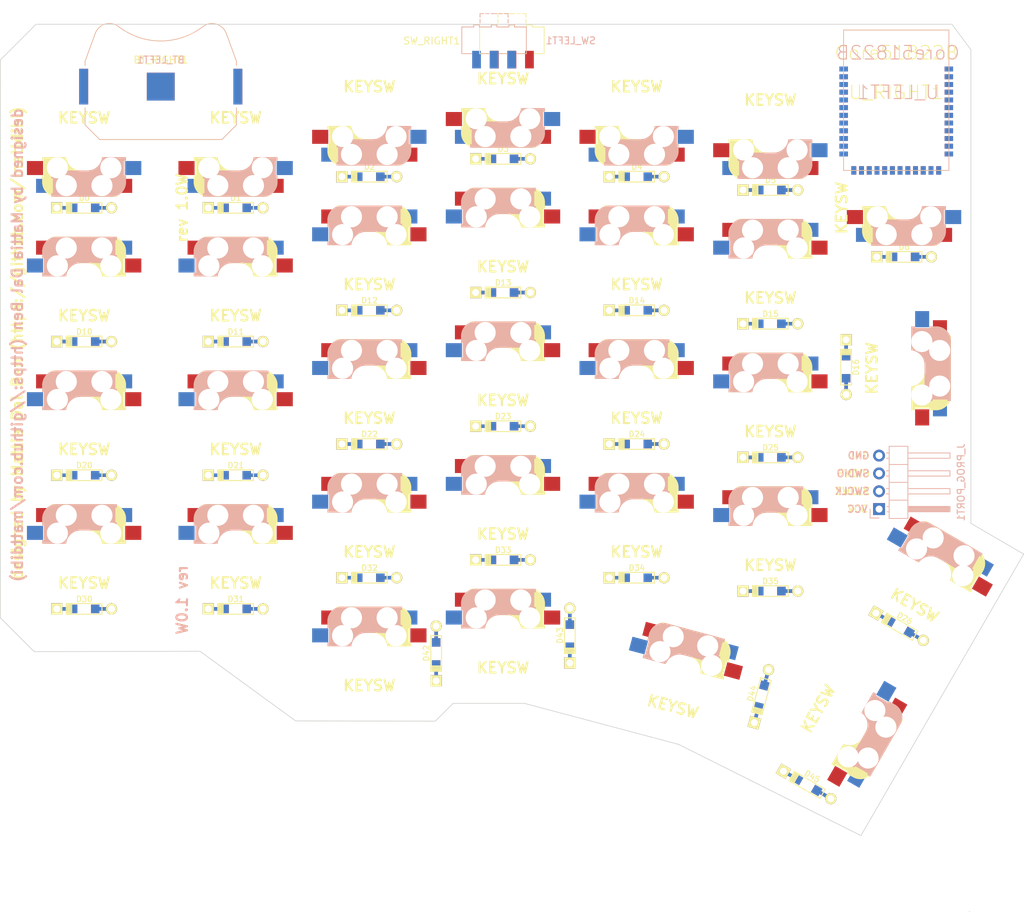
<source format=kicad_pcb>
(kicad_pcb (version 20171130) (host pcbnew "(5.1.2)-2")
  (title_block (title "Redox keyboard PCB") (date 2018-05-05) (rev 1.0) (comment 1 "designed by Mattia Dal Ben (aka u/TiaMaT102)") (comment 2 https://github.com/mattdibi/redox-keyboard))
  (layers (0 F.Cu signal) (31 B.Cu signal) (34 B.Paste user) (35 F.Paste user) (36 B.SilkS user) (37 F.SilkS user) (38 B.Mask user) (39 F.Mask user) (44 Edge.Cuts user))
  (net 0 "")
  (net 1 "Net-(D0-Pad2)")
  (net 2 row0)
  (net 3 "Net-(D1-Pad2)")
  (net 4 "Net-(D2-Pad2)")
  (net 5 "Net-(D3-Pad2)")
  (net 6 "Net-(D4-Pad2)")
  (net 7 "Net-(D5-Pad2)")
  (net 8 "Net-(D6-Pad2)")
  (net 9 "Net-(D10-Pad2)")
  (net 10 row1)
  (net 11 "Net-(D11-Pad2)")
  (net 12 "Net-(D12-Pad2)")
  (net 13 "Net-(D13-Pad2)")
  (net 14 "Net-(D14-Pad2)")
  (net 15 "Net-(D15-Pad2)")
  (net 16 "Net-(D16-Pad2)")
  (net 17 "Net-(D20-Pad2)")
  (net 18 row2)
  (net 19 "Net-(D21-Pad2)")
  (net 20 "Net-(D22-Pad2)")
  (net 21 "Net-(D23-Pad2)")
  (net 22 "Net-(D24-Pad2)")
  (net 23 "Net-(D25-Pad2)")
  (net 24 "Net-(D26-Pad2)")
  (net 25 "Net-(D30-Pad2)")
  (net 26 row3)
  (net 27 "Net-(D31-Pad2)")
  (net 28 "Net-(D32-Pad2)")
  (net 29 "Net-(D33-Pad2)")
  (net 30 "Net-(D34-Pad2)")
  (net 31 "Net-(D35-Pad2)")
  (net 32 row4)
  (net 33 "Net-(D42-Pad2)")
  (net 34 "Net-(D43-Pad2)")
  (net 35 "Net-(D44-Pad2)")
  (net 36 "Net-(D45-Pad2)")
  (net 37 col0)
  (net 38 col1)
  (net 39 col2)
  (net 40 col3)
  (net 41 col4)
  (net 42 col5)
  (net 43 col6)
  (net 44 VCC)
  (net 45 GND)
  (net 46 "Net-(BT_LEFT1-Pad1)")
  (net 47 "Net-(BT_RIGHT1-Pad1)")
  (net 48 SWCLK)
  (net 49 SWDIO)
  (net 50 "Net-(SW_LEFT1-Pad3)")
  (net 51 "Net-(SW_RIGHT1-Pad3)")
  (net 52 "Net-(U_LEFT1-Pad8)")
  (net 53 "Net-(U_LEFT1-Pad7)")
  (net 54 "Net-(U_LEFT1-Pad6)")
  (net 55 "Net-(U_LEFT1-Pad5)")
  (net 56 "Net-(U_LEFT1-Pad36)")
  (net 57 "Net-(U_LEFT1-Pad30)")
  (net 58 "Net-(U_LEFT1-Pad29)")
  (net 59 "Net-(U_LEFT1-Pad26)")
  (net 60 "Net-(U_LEFT1-Pad25)")
  (net 61 "Net-(U_LEFT1-Pad22)")
  (net 62 "Net-(U_LEFT1-Pad15)")
  (net 63 "Net-(U_RIGHT1-Pad8)")
  (net 64 "Net-(U_RIGHT1-Pad7)")
  (net 65 "Net-(U_RIGHT1-Pad6)")
  (net 66 "Net-(U_RIGHT1-Pad5)")
  (net 67 "Net-(U_RIGHT1-Pad36)")
  (net 68 "Net-(U_RIGHT1-Pad30)")
  (net 69 "Net-(U_RIGHT1-Pad29)")
  (net 70 "Net-(U_RIGHT1-Pad26)")
  (net 71 "Net-(U_RIGHT1-Pad25)")
  (net 72 "Net-(U_RIGHT1-Pad22)")
  (net 73 "Net-(U_RIGHT1-Pad15)")
  (net 74 "Net-(U_LEFT1-Pad13)")
  (net 75 "Net-(U_LEFT1-Pad10)")
  (net 76 "Net-(U_LEFT1-Pad9)")
  (net 77 "Net-(U_LEFT1-Pad4)")
  (net 78 "Net-(U_LEFT1-Pad3)")
  (net 79 "Net-(U_LEFT1-Pad2)")
  (net 80 "Net-(U_LEFT1-Pad16)")
  (net 81 "Net-(U_LEFT1-Pad14)")
  (net 82 "Net-(U_RIGHT1-Pad35)")
  (net 83 "Net-(U_RIGHT1-Pad34)")
  (net 84 "Net-(U_RIGHT1-Pad33)")
  (net 85 "Net-(U_RIGHT1-Pad28)")
  (net 86 "Net-(U_RIGHT1-Pad27)")
  (net 87 "Net-(U_RIGHT1-Pad24)")
  (net 88 "Net-(U_RIGHT1-Pad23)")
  (net 89 "Net-(U_RIGHT1-Pad21)")
  (module pcb:CherryMX_MidHeight_Hotswap (layer F.Cu) (at 176.53 141.605 345)
    (fp_text reference K44 hide)
    (fp_text value KEYSW (at 0 4.572 345) (layer F.SilkS) (effects (font (size 1.524 1.524) (thickness 0.3048))))
    (pad "" np_thru_hole circle (at 4.5 0 345) (size 1.7 1.7) (drill 1.7) (layers *.Cu *.Mask))
    (pad "" np_thru_hole circle (at -4.5 0 345) (size 1.7 1.7) (drill 1.7) (layers *.Cu *.Mask))
    (pad 2 smd rect (at 5.7 -5.12 165) (size 2.3 2) (layers B.Cu B.Paste B.Mask) (net 35 "Net-(D44-Pad2)"))
    (pad "" np_thru_hole circle (at -5.08 0 345) (size 1.9 1.9) (drill 1.9) (layers *.Cu *.Mask))
    (pad "" np_thru_hole circle (at 5.08 0 345) (size 1.9 1.9) (drill 1.9) (layers *.Cu *.Mask))
    (pad "" np_thru_hole circle (at 0 0 75) (size 4.1 4.1) (drill 4.1) (layers *.Cu *.Mask))
    (pad "" np_thru_hole circle (at 2.54 -5.08 165) (size 3 3) (drill 3) (layers *.Cu *.Mask))
    (pad "" np_thru_hole circle (at 3.81 -2.540001 165) (size 3 3) (drill 3) (layers *.Cu *.Mask))
    (pad "" np_thru_hole circle (at -2.54 -5.08 165) (size 3 3) (drill 3) (layers *.Cu *.Mask))
    (pad "" np_thru_hole circle (at -3.81 -2.54 165) (size 3 3) (drill 3) (layers *.Cu *.Mask))
    (pad 2 smd rect (at -5.7 -5.12 165) (size 2.3 2) (layers F.Cu F.Paste F.Mask) (net 35 "Net-(D44-Pad2)"))
    (pad 1 smd rect (at 7 -2.58 165) (size 2.3 2) (layers F.Cu F.Paste F.Mask) (net 41 col4))
    (pad 1 smd rect (at -7 -2.58 165) (size 2.3 2) (layers B.Cu B.Paste B.Mask) (net 41 col4))
  )
  (module pcb:CherryMX_MidHeight_Hotswap (layer F.Cu) (at 91.44 123.825)
    (fp_text reference K30 hide)
    (fp_text value KEYSW (at 0 4.572) (layer F.SilkS) (effects (font (size 1.524 1.524) (thickness 0.3048))))
    (pad "" np_thru_hole circle (at 4.5 0) (size 1.7 1.7) (drill 1.7) (layers *.Cu *.Mask))
    (pad "" np_thru_hole circle (at -4.5 0) (size 1.7 1.7) (drill 1.7) (layers *.Cu *.Mask))
    (pad 2 smd rect (at 5.7 -5.12 180) (size 2.3 2) (layers B.Cu B.Paste B.Mask) (net 25 "Net-(D30-Pad2)"))
    (pad "" np_thru_hole circle (at -5.08 0) (size 1.9 1.9) (drill 1.9) (layers *.Cu *.Mask))
    (pad "" np_thru_hole circle (at 5.08 0) (size 1.9 1.9) (drill 1.9) (layers *.Cu *.Mask))
    (pad "" np_thru_hole circle (at 0 0 90) (size 4.1 4.1) (drill 4.1) (layers *.Cu *.Mask))
    (pad "" np_thru_hole circle (at 2.54 -5.08 180) (size 3 3) (drill 3) (layers *.Cu *.Mask))
    (pad "" np_thru_hole circle (at 3.81 -2.540001 180) (size 3 3) (drill 3) (layers *.Cu *.Mask))
    (pad "" np_thru_hole circle (at -2.54 -5.08 180) (size 3 3) (drill 3) (layers *.Cu *.Mask))
    (pad "" np_thru_hole circle (at -3.81 -2.54 180) (size 3 3) (drill 3) (layers *.Cu *.Mask))
    (pad 2 smd rect (at -5.7 -5.12 180) (size 2.3 2) (layers F.Cu F.Paste F.Mask) (net 25 "Net-(D30-Pad2)"))
    (pad 1 smd rect (at 7 -2.58 180) (size 2.3 2) (layers F.Cu F.Paste F.Mask) (net 37 col0))
    (pad 1 smd rect (at -7 -2.58 180) (size 2.3 2) (layers B.Cu B.Paste B.Mask) (net 37 col0))
  )
  (module pcb:CherryMX_MidHeight_Hotswap (layer F.Cu) (at 91.44 104.775)
    (fp_text reference K20 hide)
    (fp_text value KEYSW (at 0 4.572) (layer F.SilkS) (effects (font (size 1.524 1.524) (thickness 0.3048))))
    (pad "" np_thru_hole circle (at 4.5 0) (size 1.7 1.7) (drill 1.7) (layers *.Cu *.Mask))
    (pad "" np_thru_hole circle (at -4.5 0) (size 1.7 1.7) (drill 1.7) (layers *.Cu *.Mask))
    (pad 2 smd rect (at 5.7 -5.12 180) (size 2.3 2) (layers B.Cu B.Paste B.Mask) (net 17 "Net-(D20-Pad2)"))
    (pad "" np_thru_hole circle (at -5.08 0) (size 1.9 1.9) (drill 1.9) (layers *.Cu *.Mask))
    (pad "" np_thru_hole circle (at 5.08 0) (size 1.9 1.9) (drill 1.9) (layers *.Cu *.Mask))
    (pad "" np_thru_hole circle (at 0 0 90) (size 4.1 4.1) (drill 4.1) (layers *.Cu *.Mask))
    (pad "" np_thru_hole circle (at 2.54 -5.08 180) (size 3 3) (drill 3) (layers *.Cu *.Mask))
    (pad "" np_thru_hole circle (at 3.81 -2.540001 180) (size 3 3) (drill 3) (layers *.Cu *.Mask))
    (pad "" np_thru_hole circle (at -2.54 -5.08 180) (size 3 3) (drill 3) (layers *.Cu *.Mask))
    (pad "" np_thru_hole circle (at -3.81 -2.54 180) (size 3 3) (drill 3) (layers *.Cu *.Mask))
    (pad 2 smd rect (at -5.7 -5.12 180) (size 2.3 2) (layers F.Cu F.Paste F.Mask) (net 17 "Net-(D20-Pad2)"))
    (pad 1 smd rect (at 7 -2.58 180) (size 2.3 2) (layers F.Cu F.Paste F.Mask) (net 37 col0))
    (pad 1 smd rect (at -7 -2.58 180) (size 2.3 2) (layers B.Cu B.Paste B.Mask) (net 37 col0))
  )
  (module pcb:CherryMX_MidHeight_Hotswap (layer F.Cu) (at 91.44 85.725)
    (fp_text reference K10 hide)
    (fp_text value KEYSW (at 0 4.572) (layer F.SilkS) (effects (font (size 1.524 1.524) (thickness 0.3048))))
    (pad "" np_thru_hole circle (at 4.5 0) (size 1.7 1.7) (drill 1.7) (layers *.Cu *.Mask))
    (pad "" np_thru_hole circle (at -4.5 0) (size 1.7 1.7) (drill 1.7) (layers *.Cu *.Mask))
    (pad 2 smd rect (at 5.7 -5.12 180) (size 2.3 2) (layers B.Cu B.Paste B.Mask) (net 9 "Net-(D10-Pad2)"))
    (pad "" np_thru_hole circle (at -5.08 0) (size 1.9 1.9) (drill 1.9) (layers *.Cu *.Mask))
    (pad "" np_thru_hole circle (at 5.08 0) (size 1.9 1.9) (drill 1.9) (layers *.Cu *.Mask))
    (pad "" np_thru_hole circle (at 0 0 90) (size 4.1 4.1) (drill 4.1) (layers *.Cu *.Mask))
    (pad "" np_thru_hole circle (at 2.54 -5.08 180) (size 3 3) (drill 3) (layers *.Cu *.Mask))
    (pad "" np_thru_hole circle (at 3.81 -2.540001 180) (size 3 3) (drill 3) (layers *.Cu *.Mask))
    (pad "" np_thru_hole circle (at -2.54 -5.08 180) (size 3 3) (drill 3) (layers *.Cu *.Mask))
    (pad "" np_thru_hole circle (at -3.81 -2.54 180) (size 3 3) (drill 3) (layers *.Cu *.Mask))
    (pad 2 smd rect (at -5.7 -5.12 180) (size 2.3 2) (layers F.Cu F.Paste F.Mask) (net 9 "Net-(D10-Pad2)"))
    (pad 1 smd rect (at 7 -2.58 180) (size 2.3 2) (layers F.Cu F.Paste F.Mask) (net 37 col0))
    (pad 1 smd rect (at -7 -2.58 180) (size 2.3 2) (layers B.Cu B.Paste B.Mask) (net 37 col0))
  )
  (module pcb:CherryMX_MidHeight_Hotswap (layer F.Cu) (at 91.44 66.675 180)
    (fp_text reference K0 hide)
    (fp_text value KEYSW (at 0 4.572 180) (layer F.SilkS) (effects (font (size 1.524 1.524) (thickness 0.3048))))
    (pad "" np_thru_hole circle (at 4.5 0 180) (size 1.7 1.7) (drill 1.7) (layers *.Cu *.Mask))
    (pad "" np_thru_hole circle (at -4.5 0 180) (size 1.7 1.7) (drill 1.7) (layers *.Cu *.Mask))
    (pad 2 smd rect (at 5.7 -5.12) (size 2.3 2) (layers B.Cu B.Paste B.Mask) (net 1 "Net-(D0-Pad2)"))
    (pad "" np_thru_hole circle (at -5.08 0 180) (size 1.9 1.9) (drill 1.9) (layers *.Cu *.Mask))
    (pad "" np_thru_hole circle (at 5.08 0 180) (size 1.9 1.9) (drill 1.9) (layers *.Cu *.Mask))
    (pad "" np_thru_hole circle (at 0 0 270) (size 4.1 4.1) (drill 4.1) (layers *.Cu *.Mask))
    (pad "" np_thru_hole circle (at 2.54 -5.08) (size 3 3) (drill 3) (layers *.Cu *.Mask))
    (pad "" np_thru_hole circle (at 3.81 -2.540001) (size 3 3) (drill 3) (layers *.Cu *.Mask))
    (pad "" np_thru_hole circle (at -2.54 -5.08) (size 3 3) (drill 3) (layers *.Cu *.Mask))
    (pad "" np_thru_hole circle (at -3.81 -2.54) (size 3 3) (drill 3) (layers *.Cu *.Mask))
    (pad 2 smd rect (at -5.7 -5.12) (size 2.3 2) (layers F.Cu F.Paste F.Mask) (net 1 "Net-(D0-Pad2)"))
    (pad 1 smd rect (at 7 -2.58) (size 2.3 2) (layers F.Cu F.Paste F.Mask) (net 37 col0))
    (pad 1 smd rect (at -7 -2.58) (size 2.3 2) (layers B.Cu B.Paste B.Mask) (net 37 col0))
  )
  (module pcb:CherryMX_MidHeight_Hotswap (layer F.Cu) (at 151.13 135.89)
    (fp_text reference K43 hide)
    (fp_text value KEYSW (at 0 4.572) (layer F.SilkS) (effects (font (size 1.524 1.524) (thickness 0.3048))))
    (pad "" np_thru_hole circle (at 4.5 0) (size 1.7 1.7) (drill 1.7) (layers *.Cu *.Mask))
    (pad "" np_thru_hole circle (at -4.5 0) (size 1.7 1.7) (drill 1.7) (layers *.Cu *.Mask))
    (pad 2 smd rect (at 5.7 -5.12 180) (size 2.3 2) (layers B.Cu B.Paste B.Mask) (net 34 "Net-(D43-Pad2)"))
    (pad "" np_thru_hole circle (at -5.08 0) (size 1.9 1.9) (drill 1.9) (layers *.Cu *.Mask))
    (pad "" np_thru_hole circle (at 5.08 0) (size 1.9 1.9) (drill 1.9) (layers *.Cu *.Mask))
    (pad "" np_thru_hole circle (at 0 0 90) (size 4.1 4.1) (drill 4.1) (layers *.Cu *.Mask))
    (pad "" np_thru_hole circle (at 2.54 -5.08 180) (size 3 3) (drill 3) (layers *.Cu *.Mask))
    (pad "" np_thru_hole circle (at 3.81 -2.540001 180) (size 3 3) (drill 3) (layers *.Cu *.Mask))
    (pad "" np_thru_hole circle (at -2.54 -5.08 180) (size 3 3) (drill 3) (layers *.Cu *.Mask))
    (pad "" np_thru_hole circle (at -3.81 -2.54 180) (size 3 3) (drill 3) (layers *.Cu *.Mask))
    (pad 2 smd rect (at -5.7 -5.12 180) (size 2.3 2) (layers F.Cu F.Paste F.Mask) (net 34 "Net-(D43-Pad2)"))
    (pad 1 smd rect (at 7 -2.58 180) (size 2.3 2) (layers F.Cu F.Paste F.Mask) (net 40 col3))
    (pad 1 smd rect (at -7 -2.58 180) (size 2.3 2) (layers B.Cu B.Paste B.Mask) (net 40 col3))
  )
  (module pcb:CherryMX_MidHeight_Hotswap (layer F.Cu) (at 132.08 138.43)
    (fp_text reference K42 hide)
    (fp_text value KEYSW (at 0 4.572) (layer F.SilkS) (effects (font (size 1.524 1.524) (thickness 0.3048))))
    (pad 1 smd rect (at -7 -2.58 180) (size 2.3 2) (layers B.Cu B.Paste B.Mask) (net 39 col2))
    (pad 1 smd rect (at 7 -2.58 180) (size 2.3 2) (layers F.Cu F.Paste F.Mask) (net 39 col2))
    (pad 2 smd rect (at -5.7 -5.12 180) (size 2.3 2) (layers F.Cu F.Paste F.Mask) (net 33 "Net-(D42-Pad2)"))
    (pad "" np_thru_hole circle (at -3.81 -2.54 180) (size 3 3) (drill 3) (layers *.Cu *.Mask))
    (pad "" np_thru_hole circle (at -2.54 -5.08 180) (size 3 3) (drill 3) (layers *.Cu *.Mask))
    (pad "" np_thru_hole circle (at 3.81 -2.540001 180) (size 3 3) (drill 3) (layers *.Cu *.Mask))
    (pad "" np_thru_hole circle (at 2.54 -5.08 180) (size 3 3) (drill 3) (layers *.Cu *.Mask))
    (pad "" np_thru_hole circle (at 0 0 90) (size 4.1 4.1) (drill 4.1) (layers *.Cu *.Mask))
    (pad "" np_thru_hole circle (at 5.08 0) (size 1.9 1.9) (drill 1.9) (layers *.Cu *.Mask))
    (pad "" np_thru_hole circle (at -5.08 0) (size 1.9 1.9) (drill 1.9) (layers *.Cu *.Mask))
    (pad 2 smd rect (at 5.7 -5.12 180) (size 2.3 2) (layers B.Cu B.Paste B.Mask) (net 33 "Net-(D42-Pad2)"))
    (pad "" np_thru_hole circle (at -4.5 0) (size 1.7 1.7) (drill 1.7) (layers *.Cu *.Mask))
    (pad "" np_thru_hole circle (at 4.5 0) (size 1.7 1.7) (drill 1.7) (layers *.Cu *.Mask))
  )
  (module pcb:CherryMX_MidHeight_Hotswap (layer F.Cu) (at 189.23 121.285)
    (fp_text reference K35 hide)
    (fp_text value KEYSW (at 0 4.572) (layer F.SilkS) (effects (font (size 1.524 1.524) (thickness 0.3048))))
    (pad "" np_thru_hole circle (at 4.5 0) (size 1.7 1.7) (drill 1.7) (layers *.Cu *.Mask))
    (pad "" np_thru_hole circle (at -4.5 0) (size 1.7 1.7) (drill 1.7) (layers *.Cu *.Mask))
    (pad 2 smd rect (at 5.7 -5.12 180) (size 2.3 2) (layers B.Cu B.Paste B.Mask) (net 31 "Net-(D35-Pad2)"))
    (pad "" np_thru_hole circle (at -5.08 0) (size 1.9 1.9) (drill 1.9) (layers *.Cu *.Mask))
    (pad "" np_thru_hole circle (at 5.08 0) (size 1.9 1.9) (drill 1.9) (layers *.Cu *.Mask))
    (pad "" np_thru_hole circle (at 0 0 90) (size 4.1 4.1) (drill 4.1) (layers *.Cu *.Mask))
    (pad "" np_thru_hole circle (at 2.54 -5.08 180) (size 3 3) (drill 3) (layers *.Cu *.Mask))
    (pad "" np_thru_hole circle (at 3.81 -2.540001 180) (size 3 3) (drill 3) (layers *.Cu *.Mask))
    (pad "" np_thru_hole circle (at -2.54 -5.08 180) (size 3 3) (drill 3) (layers *.Cu *.Mask))
    (pad "" np_thru_hole circle (at -3.81 -2.54 180) (size 3 3) (drill 3) (layers *.Cu *.Mask))
    (pad 2 smd rect (at -5.7 -5.12 180) (size 2.3 2) (layers F.Cu F.Paste F.Mask) (net 31 "Net-(D35-Pad2)"))
    (pad 1 smd rect (at 7 -2.58 180) (size 2.3 2) (layers F.Cu F.Paste F.Mask) (net 42 col5))
    (pad 1 smd rect (at -7 -2.58 180) (size 2.3 2) (layers B.Cu B.Paste B.Mask) (net 42 col5))
  )
  (module pcb:CherryMX_MidHeight_Hotswap (layer F.Cu) (at 170.18 119.38)
    (fp_text reference K34 hide)
    (fp_text value KEYSW (at 0 4.572) (layer F.SilkS) (effects (font (size 1.524 1.524) (thickness 0.3048))))
    (pad "" np_thru_hole circle (at 4.5 0) (size 1.7 1.7) (drill 1.7) (layers *.Cu *.Mask))
    (pad "" np_thru_hole circle (at -4.5 0) (size 1.7 1.7) (drill 1.7) (layers *.Cu *.Mask))
    (pad 2 smd rect (at 5.7 -5.12 180) (size 2.3 2) (layers B.Cu B.Paste B.Mask) (net 30 "Net-(D34-Pad2)"))
    (pad "" np_thru_hole circle (at -5.08 0) (size 1.9 1.9) (drill 1.9) (layers *.Cu *.Mask))
    (pad "" np_thru_hole circle (at 5.08 0) (size 1.9 1.9) (drill 1.9) (layers *.Cu *.Mask))
    (pad "" np_thru_hole circle (at 0 0 90) (size 4.1 4.1) (drill 4.1) (layers *.Cu *.Mask))
    (pad "" np_thru_hole circle (at 2.54 -5.08 180) (size 3 3) (drill 3) (layers *.Cu *.Mask))
    (pad "" np_thru_hole circle (at 3.81 -2.540001 180) (size 3 3) (drill 3) (layers *.Cu *.Mask))
    (pad "" np_thru_hole circle (at -2.54 -5.08 180) (size 3 3) (drill 3) (layers *.Cu *.Mask))
    (pad "" np_thru_hole circle (at -3.81 -2.54 180) (size 3 3) (drill 3) (layers *.Cu *.Mask))
    (pad 2 smd rect (at -5.7 -5.12 180) (size 2.3 2) (layers F.Cu F.Paste F.Mask) (net 30 "Net-(D34-Pad2)"))
    (pad 1 smd rect (at 7 -2.58 180) (size 2.3 2) (layers F.Cu F.Paste F.Mask) (net 41 col4))
    (pad 1 smd rect (at -7 -2.58 180) (size 2.3 2) (layers B.Cu B.Paste B.Mask) (net 41 col4))
  )
  (module pcb:CherryMX_MidHeight_Hotswap (layer F.Cu) (at 151.13 116.84)
    (fp_text reference K33 hide)
    (fp_text value KEYSW (at 0 4.572) (layer F.SilkS) (effects (font (size 1.524 1.524) (thickness 0.3048))))
    (pad "" np_thru_hole circle (at 4.5 0) (size 1.7 1.7) (drill 1.7) (layers *.Cu *.Mask))
    (pad "" np_thru_hole circle (at -4.5 0) (size 1.7 1.7) (drill 1.7) (layers *.Cu *.Mask))
    (pad 2 smd rect (at 5.7 -5.12 180) (size 2.3 2) (layers B.Cu B.Paste B.Mask) (net 29 "Net-(D33-Pad2)"))
    (pad "" np_thru_hole circle (at -5.08 0) (size 1.9 1.9) (drill 1.9) (layers *.Cu *.Mask))
    (pad "" np_thru_hole circle (at 5.08 0) (size 1.9 1.9) (drill 1.9) (layers *.Cu *.Mask))
    (pad "" np_thru_hole circle (at 0 0 90) (size 4.1 4.1) (drill 4.1) (layers *.Cu *.Mask))
    (pad "" np_thru_hole circle (at 2.54 -5.08 180) (size 3 3) (drill 3) (layers *.Cu *.Mask))
    (pad "" np_thru_hole circle (at 3.81 -2.540001 180) (size 3 3) (drill 3) (layers *.Cu *.Mask))
    (pad "" np_thru_hole circle (at -2.54 -5.08 180) (size 3 3) (drill 3) (layers *.Cu *.Mask))
    (pad "" np_thru_hole circle (at -3.81 -2.54 180) (size 3 3) (drill 3) (layers *.Cu *.Mask))
    (pad 2 smd rect (at -5.7 -5.12 180) (size 2.3 2) (layers F.Cu F.Paste F.Mask) (net 29 "Net-(D33-Pad2)"))
    (pad 1 smd rect (at 7 -2.58 180) (size 2.3 2) (layers F.Cu F.Paste F.Mask) (net 40 col3))
    (pad 1 smd rect (at -7 -2.58 180) (size 2.3 2) (layers B.Cu B.Paste B.Mask) (net 40 col3))
  )
  (module pcb:CherryMX_MidHeight_Hotswap (layer F.Cu) (at 132.08 119.38)
    (fp_text reference K32 hide)
    (fp_text value KEYSW (at 0 4.572) (layer F.SilkS) (effects (font (size 1.524 1.524) (thickness 0.3048))))
    (pad "" np_thru_hole circle (at 4.5 0) (size 1.7 1.7) (drill 1.7) (layers *.Cu *.Mask))
    (pad "" np_thru_hole circle (at -4.5 0) (size 1.7 1.7) (drill 1.7) (layers *.Cu *.Mask))
    (pad 2 smd rect (at 5.7 -5.12 180) (size 2.3 2) (layers B.Cu B.Paste B.Mask) (net 28 "Net-(D32-Pad2)"))
    (pad "" np_thru_hole circle (at -5.08 0) (size 1.9 1.9) (drill 1.9) (layers *.Cu *.Mask))
    (pad "" np_thru_hole circle (at 5.08 0) (size 1.9 1.9) (drill 1.9) (layers *.Cu *.Mask))
    (pad "" np_thru_hole circle (at 0 0 90) (size 4.1 4.1) (drill 4.1) (layers *.Cu *.Mask))
    (pad "" np_thru_hole circle (at 2.54 -5.08 180) (size 3 3) (drill 3) (layers *.Cu *.Mask))
    (pad "" np_thru_hole circle (at 3.81 -2.540001 180) (size 3 3) (drill 3) (layers *.Cu *.Mask))
    (pad "" np_thru_hole circle (at -2.54 -5.08 180) (size 3 3) (drill 3) (layers *.Cu *.Mask))
    (pad "" np_thru_hole circle (at -3.81 -2.54 180) (size 3 3) (drill 3) (layers *.Cu *.Mask))
    (pad 2 smd rect (at -5.7 -5.12 180) (size 2.3 2) (layers F.Cu F.Paste F.Mask) (net 28 "Net-(D32-Pad2)"))
    (pad 1 smd rect (at 7 -2.58 180) (size 2.3 2) (layers F.Cu F.Paste F.Mask) (net 39 col2))
    (pad 1 smd rect (at -7 -2.58 180) (size 2.3 2) (layers B.Cu B.Paste B.Mask) (net 39 col2))
  )
  (module pcb:CherryMX_MidHeight_Hotswap (layer F.Cu) (at 113.03 123.825)
    (fp_text reference K31 hide)
    (fp_text value KEYSW (at 0 4.572) (layer F.SilkS) (effects (font (size 1.524 1.524) (thickness 0.3048))))
    (pad "" np_thru_hole circle (at 4.5 0) (size 1.7 1.7) (drill 1.7) (layers *.Cu *.Mask))
    (pad "" np_thru_hole circle (at -4.5 0) (size 1.7 1.7) (drill 1.7) (layers *.Cu *.Mask))
    (pad 2 smd rect (at 5.7 -5.12 180) (size 2.3 2) (layers B.Cu B.Paste B.Mask) (net 27 "Net-(D31-Pad2)"))
    (pad "" np_thru_hole circle (at -5.08 0) (size 1.9 1.9) (drill 1.9) (layers *.Cu *.Mask))
    (pad "" np_thru_hole circle (at 5.08 0) (size 1.9 1.9) (drill 1.9) (layers *.Cu *.Mask))
    (pad "" np_thru_hole circle (at 0 0 90) (size 4.1 4.1) (drill 4.1) (layers *.Cu *.Mask))
    (pad "" np_thru_hole circle (at 2.54 -5.08 180) (size 3 3) (drill 3) (layers *.Cu *.Mask))
    (pad "" np_thru_hole circle (at 3.81 -2.540001 180) (size 3 3) (drill 3) (layers *.Cu *.Mask))
    (pad "" np_thru_hole circle (at -2.54 -5.08 180) (size 3 3) (drill 3) (layers *.Cu *.Mask))
    (pad "" np_thru_hole circle (at -3.81 -2.54 180) (size 3 3) (drill 3) (layers *.Cu *.Mask))
    (pad 2 smd rect (at -5.7 -5.12 180) (size 2.3 2) (layers F.Cu F.Paste F.Mask) (net 27 "Net-(D31-Pad2)"))
    (pad 1 smd rect (at 7 -2.58 180) (size 2.3 2) (layers F.Cu F.Paste F.Mask) (net 38 col1))
    (pad 1 smd rect (at -7 -2.58 180) (size 2.3 2) (layers B.Cu B.Paste B.Mask) (net 38 col1))
  )
  (module pcb:CherryMX_MidHeight_Hotswap (layer F.Cu) (at 212.09 127.635 330)
    (fp_text reference K26 hide)
    (fp_text value KEYSW (at 0 4.572 330) (layer F.SilkS) (effects (font (size 1.524 1.524) (thickness 0.3048))))
    (pad "" np_thru_hole circle (at 4.5 0 330) (size 1.7 1.7) (drill 1.7) (layers *.Cu *.Mask))
    (pad "" np_thru_hole circle (at -4.5 0 330) (size 1.7 1.7) (drill 1.7) (layers *.Cu *.Mask))
    (pad 2 smd rect (at 5.7 -5.12 150) (size 2.3 2) (layers B.Cu B.Paste B.Mask) (net 24 "Net-(D26-Pad2)"))
    (pad "" np_thru_hole circle (at -5.08 0 330) (size 1.9 1.9) (drill 1.9) (layers *.Cu *.Mask))
    (pad "" np_thru_hole circle (at 5.08 0 330) (size 1.9 1.9) (drill 1.9) (layers *.Cu *.Mask))
    (pad "" np_thru_hole circle (at 0 0 60) (size 4.1 4.1) (drill 4.1) (layers *.Cu *.Mask))
    (pad "" np_thru_hole circle (at 2.54 -5.08 150) (size 3 3) (drill 3) (layers *.Cu *.Mask))
    (pad "" np_thru_hole circle (at 3.81 -2.540001 150) (size 3 3) (drill 3) (layers *.Cu *.Mask))
    (pad "" np_thru_hole circle (at -2.54 -5.08 150) (size 3 3) (drill 3) (layers *.Cu *.Mask))
    (pad "" np_thru_hole circle (at -3.81 -2.54 150) (size 3 3) (drill 3) (layers *.Cu *.Mask))
    (pad 2 smd rect (at -5.7 -5.12 150) (size 2.3 2) (layers F.Cu F.Paste F.Mask) (net 24 "Net-(D26-Pad2)"))
    (pad 1 smd rect (at 7 -2.58 150) (size 2.3 2) (layers F.Cu F.Paste F.Mask) (net 43 col6))
    (pad 1 smd rect (at -7 -2.58 150) (size 2.3 2) (layers B.Cu B.Paste B.Mask) (net 43 col6))
  )
  (module pcb:CherryMX_MidHeight_Hotswap (layer F.Cu) (at 189.23 102.235)
    (fp_text reference K25 hide)
    (fp_text value KEYSW (at 0 4.572) (layer F.SilkS) (effects (font (size 1.524 1.524) (thickness 0.3048))))
    (pad "" np_thru_hole circle (at 4.5 0) (size 1.7 1.7) (drill 1.7) (layers *.Cu *.Mask))
    (pad "" np_thru_hole circle (at -4.5 0) (size 1.7 1.7) (drill 1.7) (layers *.Cu *.Mask))
    (pad 2 smd rect (at 5.7 -5.12 180) (size 2.3 2) (layers B.Cu B.Paste B.Mask) (net 23 "Net-(D25-Pad2)"))
    (pad "" np_thru_hole circle (at -5.08 0) (size 1.9 1.9) (drill 1.9) (layers *.Cu *.Mask))
    (pad "" np_thru_hole circle (at 5.08 0) (size 1.9 1.9) (drill 1.9) (layers *.Cu *.Mask))
    (pad "" np_thru_hole circle (at 0 0 90) (size 4.1 4.1) (drill 4.1) (layers *.Cu *.Mask))
    (pad "" np_thru_hole circle (at 2.54 -5.08 180) (size 3 3) (drill 3) (layers *.Cu *.Mask))
    (pad "" np_thru_hole circle (at 3.81 -2.540001 180) (size 3 3) (drill 3) (layers *.Cu *.Mask))
    (pad "" np_thru_hole circle (at -2.54 -5.08 180) (size 3 3) (drill 3) (layers *.Cu *.Mask))
    (pad "" np_thru_hole circle (at -3.81 -2.54 180) (size 3 3) (drill 3) (layers *.Cu *.Mask))
    (pad 2 smd rect (at -5.7 -5.12 180) (size 2.3 2) (layers F.Cu F.Paste F.Mask) (net 23 "Net-(D25-Pad2)"))
    (pad 1 smd rect (at 7 -2.58 180) (size 2.3 2) (layers F.Cu F.Paste F.Mask) (net 42 col5))
    (pad 1 smd rect (at -7 -2.58 180) (size 2.3 2) (layers B.Cu B.Paste B.Mask) (net 42 col5))
  )
  (module pcb:CherryMX_MidHeight_Hotswap (layer F.Cu) (at 170.18 100.33)
    (fp_text reference K24 hide)
    (fp_text value KEYSW (at 0 4.572) (layer F.SilkS) (effects (font (size 1.524 1.524) (thickness 0.3048))))
    (pad "" np_thru_hole circle (at 4.5 0) (size 1.7 1.7) (drill 1.7) (layers *.Cu *.Mask))
    (pad "" np_thru_hole circle (at -4.5 0) (size 1.7 1.7) (drill 1.7) (layers *.Cu *.Mask))
    (pad 2 smd rect (at 5.7 -5.12 180) (size 2.3 2) (layers B.Cu B.Paste B.Mask) (net 22 "Net-(D24-Pad2)"))
    (pad "" np_thru_hole circle (at -5.08 0) (size 1.9 1.9) (drill 1.9) (layers *.Cu *.Mask))
    (pad "" np_thru_hole circle (at 5.08 0) (size 1.9 1.9) (drill 1.9) (layers *.Cu *.Mask))
    (pad "" np_thru_hole circle (at 0 0 90) (size 4.1 4.1) (drill 4.1) (layers *.Cu *.Mask))
    (pad "" np_thru_hole circle (at 2.54 -5.08 180) (size 3 3) (drill 3) (layers *.Cu *.Mask))
    (pad "" np_thru_hole circle (at 3.81 -2.540001 180) (size 3 3) (drill 3) (layers *.Cu *.Mask))
    (pad "" np_thru_hole circle (at -2.54 -5.08 180) (size 3 3) (drill 3) (layers *.Cu *.Mask))
    (pad "" np_thru_hole circle (at -3.81 -2.54 180) (size 3 3) (drill 3) (layers *.Cu *.Mask))
    (pad 2 smd rect (at -5.7 -5.12 180) (size 2.3 2) (layers F.Cu F.Paste F.Mask) (net 22 "Net-(D24-Pad2)"))
    (pad 1 smd rect (at 7 -2.58 180) (size 2.3 2) (layers F.Cu F.Paste F.Mask) (net 41 col4))
    (pad 1 smd rect (at -7 -2.58 180) (size 2.3 2) (layers B.Cu B.Paste B.Mask) (net 41 col4))
  )
  (module pcb:CherryMX_MidHeight_Hotswap (layer F.Cu) (at 151.13 97.79)
    (fp_text reference K23 hide)
    (fp_text value KEYSW (at 0 4.572) (layer F.SilkS) (effects (font (size 1.524 1.524) (thickness 0.3048))))
    (pad "" np_thru_hole circle (at 4.5 0) (size 1.7 1.7) (drill 1.7) (layers *.Cu *.Mask))
    (pad "" np_thru_hole circle (at -4.5 0) (size 1.7 1.7) (drill 1.7) (layers *.Cu *.Mask))
    (pad 2 smd rect (at 5.7 -5.12 180) (size 2.3 2) (layers B.Cu B.Paste B.Mask) (net 21 "Net-(D23-Pad2)"))
    (pad "" np_thru_hole circle (at -5.08 0) (size 1.9 1.9) (drill 1.9) (layers *.Cu *.Mask))
    (pad "" np_thru_hole circle (at 5.08 0) (size 1.9 1.9) (drill 1.9) (layers *.Cu *.Mask))
    (pad "" np_thru_hole circle (at 0 0 90) (size 4.1 4.1) (drill 4.1) (layers *.Cu *.Mask))
    (pad "" np_thru_hole circle (at 2.54 -5.08 180) (size 3 3) (drill 3) (layers *.Cu *.Mask))
    (pad "" np_thru_hole circle (at 3.81 -2.540001 180) (size 3 3) (drill 3) (layers *.Cu *.Mask))
    (pad "" np_thru_hole circle (at -2.54 -5.08 180) (size 3 3) (drill 3) (layers *.Cu *.Mask))
    (pad "" np_thru_hole circle (at -3.81 -2.54 180) (size 3 3) (drill 3) (layers *.Cu *.Mask))
    (pad 2 smd rect (at -5.7 -5.12 180) (size 2.3 2) (layers F.Cu F.Paste F.Mask) (net 21 "Net-(D23-Pad2)"))
    (pad 1 smd rect (at 7 -2.58 180) (size 2.3 2) (layers F.Cu F.Paste F.Mask) (net 40 col3))
    (pad 1 smd rect (at -7 -2.58 180) (size 2.3 2) (layers B.Cu B.Paste B.Mask) (net 40 col3))
  )
  (module pcb:CherryMX_MidHeight_Hotswap (layer F.Cu) (at 132.08 100.33)
    (fp_text reference K22 hide)
    (fp_text value KEYSW (at 0 4.572) (layer F.SilkS) (effects (font (size 1.524 1.524) (thickness 0.3048))))
    (pad "" np_thru_hole circle (at 4.5 0) (size 1.7 1.7) (drill 1.7) (layers *.Cu *.Mask))
    (pad "" np_thru_hole circle (at -4.5 0) (size 1.7 1.7) (drill 1.7) (layers *.Cu *.Mask))
    (pad 2 smd rect (at 5.7 -5.12 180) (size 2.3 2) (layers B.Cu B.Paste B.Mask) (net 20 "Net-(D22-Pad2)"))
    (pad "" np_thru_hole circle (at -5.08 0) (size 1.9 1.9) (drill 1.9) (layers *.Cu *.Mask))
    (pad "" np_thru_hole circle (at 5.08 0) (size 1.9 1.9) (drill 1.9) (layers *.Cu *.Mask))
    (pad "" np_thru_hole circle (at 0 0 90) (size 4.1 4.1) (drill 4.1) (layers *.Cu *.Mask))
    (pad "" np_thru_hole circle (at 2.54 -5.08 180) (size 3 3) (drill 3) (layers *.Cu *.Mask))
    (pad "" np_thru_hole circle (at 3.81 -2.540001 180) (size 3 3) (drill 3) (layers *.Cu *.Mask))
    (pad "" np_thru_hole circle (at -2.54 -5.08 180) (size 3 3) (drill 3) (layers *.Cu *.Mask))
    (pad "" np_thru_hole circle (at -3.81 -2.54 180) (size 3 3) (drill 3) (layers *.Cu *.Mask))
    (pad 2 smd rect (at -5.7 -5.12 180) (size 2.3 2) (layers F.Cu F.Paste F.Mask) (net 20 "Net-(D22-Pad2)"))
    (pad 1 smd rect (at 7 -2.58 180) (size 2.3 2) (layers F.Cu F.Paste F.Mask) (net 39 col2))
    (pad 1 smd rect (at -7 -2.58 180) (size 2.3 2) (layers B.Cu B.Paste B.Mask) (net 39 col2))
  )
  (module pcb:CherryMX_MidHeight_Hotswap (layer F.Cu) (at 113.03 104.775)
    (fp_text reference K21 hide)
    (fp_text value KEYSW (at 0 4.572) (layer F.SilkS) (effects (font (size 1.524 1.524) (thickness 0.3048))))
    (pad "" np_thru_hole circle (at 4.5 0) (size 1.7 1.7) (drill 1.7) (layers *.Cu *.Mask))
    (pad "" np_thru_hole circle (at -4.5 0) (size 1.7 1.7) (drill 1.7) (layers *.Cu *.Mask))
    (pad 2 smd rect (at 5.7 -5.12 180) (size 2.3 2) (layers B.Cu B.Paste B.Mask) (net 19 "Net-(D21-Pad2)"))
    (pad "" np_thru_hole circle (at -5.08 0) (size 1.9 1.9) (drill 1.9) (layers *.Cu *.Mask))
    (pad "" np_thru_hole circle (at 5.08 0) (size 1.9 1.9) (drill 1.9) (layers *.Cu *.Mask))
    (pad "" np_thru_hole circle (at 0 0 90) (size 4.1 4.1) (drill 4.1) (layers *.Cu *.Mask))
    (pad "" np_thru_hole circle (at 2.54 -5.08 180) (size 3 3) (drill 3) (layers *.Cu *.Mask))
    (pad "" np_thru_hole circle (at 3.81 -2.540001 180) (size 3 3) (drill 3) (layers *.Cu *.Mask))
    (pad "" np_thru_hole circle (at -2.54 -5.08 180) (size 3 3) (drill 3) (layers *.Cu *.Mask))
    (pad "" np_thru_hole circle (at -3.81 -2.54 180) (size 3 3) (drill 3) (layers *.Cu *.Mask))
    (pad 2 smd rect (at -5.7 -5.12 180) (size 2.3 2) (layers F.Cu F.Paste F.Mask) (net 19 "Net-(D21-Pad2)"))
    (pad 1 smd rect (at 7 -2.58 180) (size 2.3 2) (layers F.Cu F.Paste F.Mask) (net 38 col1))
    (pad 1 smd rect (at -7 -2.58 180) (size 2.3 2) (layers B.Cu B.Paste B.Mask) (net 38 col1))
  )
  (module pcb:CherryMX_MidHeight_Hotswap (layer F.Cu) (at 189.23 83.185)
    (fp_text reference K15 hide)
    (fp_text value KEYSW (at 0 4.572) (layer F.SilkS) (effects (font (size 1.524 1.524) (thickness 0.3048))))
    (pad "" np_thru_hole circle (at 4.5 0) (size 1.7 1.7) (drill 1.7) (layers *.Cu *.Mask))
    (pad "" np_thru_hole circle (at -4.5 0) (size 1.7 1.7) (drill 1.7) (layers *.Cu *.Mask))
    (pad 2 smd rect (at 5.7 -5.12 180) (size 2.3 2) (layers B.Cu B.Paste B.Mask) (net 15 "Net-(D15-Pad2)"))
    (pad "" np_thru_hole circle (at -5.08 0) (size 1.9 1.9) (drill 1.9) (layers *.Cu *.Mask))
    (pad "" np_thru_hole circle (at 5.08 0) (size 1.9 1.9) (drill 1.9) (layers *.Cu *.Mask))
    (pad "" np_thru_hole circle (at 0 0 90) (size 4.1 4.1) (drill 4.1) (layers *.Cu *.Mask))
    (pad "" np_thru_hole circle (at 2.54 -5.08 180) (size 3 3) (drill 3) (layers *.Cu *.Mask))
    (pad "" np_thru_hole circle (at 3.81 -2.540001 180) (size 3 3) (drill 3) (layers *.Cu *.Mask))
    (pad "" np_thru_hole circle (at -2.54 -5.08 180) (size 3 3) (drill 3) (layers *.Cu *.Mask))
    (pad "" np_thru_hole circle (at -3.81 -2.54 180) (size 3 3) (drill 3) (layers *.Cu *.Mask))
    (pad 2 smd rect (at -5.7 -5.12 180) (size 2.3 2) (layers F.Cu F.Paste F.Mask) (net 15 "Net-(D15-Pad2)"))
    (pad 1 smd rect (at 7 -2.58 180) (size 2.3 2) (layers F.Cu F.Paste F.Mask) (net 42 col5))
    (pad 1 smd rect (at -7 -2.58 180) (size 2.3 2) (layers B.Cu B.Paste B.Mask) (net 42 col5))
  )
  (module pcb:CherryMX_MidHeight_Hotswap (layer F.Cu) (at 170.18 81.28)
    (fp_text reference K14 hide)
    (fp_text value KEYSW (at 0 4.572) (layer F.SilkS) (effects (font (size 1.524 1.524) (thickness 0.3048))))
    (pad "" np_thru_hole circle (at 4.5 0) (size 1.7 1.7) (drill 1.7) (layers *.Cu *.Mask))
    (pad "" np_thru_hole circle (at -4.5 0) (size 1.7 1.7) (drill 1.7) (layers *.Cu *.Mask))
    (pad 2 smd rect (at 5.7 -5.12 180) (size 2.3 2) (layers B.Cu B.Paste B.Mask) (net 14 "Net-(D14-Pad2)"))
    (pad "" np_thru_hole circle (at -5.08 0) (size 1.9 1.9) (drill 1.9) (layers *.Cu *.Mask))
    (pad "" np_thru_hole circle (at 5.08 0) (size 1.9 1.9) (drill 1.9) (layers *.Cu *.Mask))
    (pad "" np_thru_hole circle (at 0 0 90) (size 4.1 4.1) (drill 4.1) (layers *.Cu *.Mask))
    (pad "" np_thru_hole circle (at 2.54 -5.08 180) (size 3 3) (drill 3) (layers *.Cu *.Mask))
    (pad "" np_thru_hole circle (at 3.81 -2.540001 180) (size 3 3) (drill 3) (layers *.Cu *.Mask))
    (pad "" np_thru_hole circle (at -2.54 -5.08 180) (size 3 3) (drill 3) (layers *.Cu *.Mask))
    (pad "" np_thru_hole circle (at -3.81 -2.54 180) (size 3 3) (drill 3) (layers *.Cu *.Mask))
    (pad 2 smd rect (at -5.7 -5.12 180) (size 2.3 2) (layers F.Cu F.Paste F.Mask) (net 14 "Net-(D14-Pad2)"))
    (pad 1 smd rect (at 7 -2.58 180) (size 2.3 2) (layers F.Cu F.Paste F.Mask) (net 41 col4))
    (pad 1 smd rect (at -7 -2.58 180) (size 2.3 2) (layers B.Cu B.Paste B.Mask) (net 41 col4))
  )
  (module pcb:CherryMX_MidHeight_Hotswap (layer F.Cu) (at 151.13 78.74)
    (fp_text reference K13 hide)
    (fp_text value KEYSW (at 0 4.572) (layer F.SilkS) (effects (font (size 1.524 1.524) (thickness 0.3048))))
    (pad "" np_thru_hole circle (at 4.5 0) (size 1.7 1.7) (drill 1.7) (layers *.Cu *.Mask))
    (pad "" np_thru_hole circle (at -4.5 0) (size 1.7 1.7) (drill 1.7) (layers *.Cu *.Mask))
    (pad 2 smd rect (at 5.7 -5.12 180) (size 2.3 2) (layers B.Cu B.Paste B.Mask) (net 13 "Net-(D13-Pad2)"))
    (pad "" np_thru_hole circle (at -5.08 0) (size 1.9 1.9) (drill 1.9) (layers *.Cu *.Mask))
    (pad "" np_thru_hole circle (at 5.08 0) (size 1.9 1.9) (drill 1.9) (layers *.Cu *.Mask))
    (pad "" np_thru_hole circle (at 0 0 90) (size 4.1 4.1) (drill 4.1) (layers *.Cu *.Mask))
    (pad "" np_thru_hole circle (at 2.54 -5.08 180) (size 3 3) (drill 3) (layers *.Cu *.Mask))
    (pad "" np_thru_hole circle (at 3.81 -2.540001 180) (size 3 3) (drill 3) (layers *.Cu *.Mask))
    (pad "" np_thru_hole circle (at -2.54 -5.08 180) (size 3 3) (drill 3) (layers *.Cu *.Mask))
    (pad "" np_thru_hole circle (at -3.81 -2.54 180) (size 3 3) (drill 3) (layers *.Cu *.Mask))
    (pad 2 smd rect (at -5.7 -5.12 180) (size 2.3 2) (layers F.Cu F.Paste F.Mask) (net 13 "Net-(D13-Pad2)"))
    (pad 1 smd rect (at 7 -2.58 180) (size 2.3 2) (layers F.Cu F.Paste F.Mask) (net 40 col3))
    (pad 1 smd rect (at -7 -2.58 180) (size 2.3 2) (layers B.Cu B.Paste B.Mask) (net 40 col3))
  )
  (module pcb:CherryMX_MidHeight_Hotswap (layer F.Cu) (at 132.08 81.28)
    (fp_text reference K12 hide)
    (fp_text value KEYSW (at 0 4.572) (layer F.SilkS) (effects (font (size 1.524 1.524) (thickness 0.3048))))
    (pad "" np_thru_hole circle (at 4.5 0) (size 1.7 1.7) (drill 1.7) (layers *.Cu *.Mask))
    (pad "" np_thru_hole circle (at -4.5 0) (size 1.7 1.7) (drill 1.7) (layers *.Cu *.Mask))
    (pad 2 smd rect (at 5.7 -5.12 180) (size 2.3 2) (layers B.Cu B.Paste B.Mask) (net 12 "Net-(D12-Pad2)"))
    (pad "" np_thru_hole circle (at -5.08 0) (size 1.9 1.9) (drill 1.9) (layers *.Cu *.Mask))
    (pad "" np_thru_hole circle (at 5.08 0) (size 1.9 1.9) (drill 1.9) (layers *.Cu *.Mask))
    (pad "" np_thru_hole circle (at 0 0 90) (size 4.1 4.1) (drill 4.1) (layers *.Cu *.Mask))
    (pad "" np_thru_hole circle (at 2.54 -5.08 180) (size 3 3) (drill 3) (layers *.Cu *.Mask))
    (pad "" np_thru_hole circle (at 3.81 -2.540001 180) (size 3 3) (drill 3) (layers *.Cu *.Mask))
    (pad "" np_thru_hole circle (at -2.54 -5.08 180) (size 3 3) (drill 3) (layers *.Cu *.Mask))
    (pad "" np_thru_hole circle (at -3.81 -2.54 180) (size 3 3) (drill 3) (layers *.Cu *.Mask))
    (pad 2 smd rect (at -5.7 -5.12 180) (size 2.3 2) (layers F.Cu F.Paste F.Mask) (net 12 "Net-(D12-Pad2)"))
    (pad 1 smd rect (at 7 -2.58 180) (size 2.3 2) (layers F.Cu F.Paste F.Mask) (net 39 col2))
    (pad 1 smd rect (at -7 -2.58 180) (size 2.3 2) (layers B.Cu B.Paste B.Mask) (net 39 col2))
  )
  (module pcb:CherryMX_MidHeight_Hotswap (layer F.Cu) (at 113.03 85.725)
    (fp_text reference K11 hide)
    (fp_text value KEYSW (at 0 4.572) (layer F.SilkS) (effects (font (size 1.524 1.524) (thickness 0.3048))))
    (pad "" np_thru_hole circle (at 4.5 0) (size 1.7 1.7) (drill 1.7) (layers *.Cu *.Mask))
    (pad "" np_thru_hole circle (at -4.5 0) (size 1.7 1.7) (drill 1.7) (layers *.Cu *.Mask))
    (pad 2 smd rect (at 5.7 -5.12 180) (size 2.3 2) (layers B.Cu B.Paste B.Mask) (net 11 "Net-(D11-Pad2)"))
    (pad "" np_thru_hole circle (at -5.08 0) (size 1.9 1.9) (drill 1.9) (layers *.Cu *.Mask))
    (pad "" np_thru_hole circle (at 5.08 0) (size 1.9 1.9) (drill 1.9) (layers *.Cu *.Mask))
    (pad "" np_thru_hole circle (at 0 0 90) (size 4.1 4.1) (drill 4.1) (layers *.Cu *.Mask))
    (pad "" np_thru_hole circle (at 2.54 -5.08 180) (size 3 3) (drill 3) (layers *.Cu *.Mask))
    (pad "" np_thru_hole circle (at 3.81 -2.540001 180) (size 3 3) (drill 3) (layers *.Cu *.Mask))
    (pad "" np_thru_hole circle (at -2.54 -5.08 180) (size 3 3) (drill 3) (layers *.Cu *.Mask))
    (pad "" np_thru_hole circle (at -3.81 -2.54 180) (size 3 3) (drill 3) (layers *.Cu *.Mask))
    (pad 2 smd rect (at -5.7 -5.12 180) (size 2.3 2) (layers F.Cu F.Paste F.Mask) (net 11 "Net-(D11-Pad2)"))
    (pad 1 smd rect (at 7 -2.58 180) (size 2.3 2) (layers F.Cu F.Paste F.Mask) (net 38 col1))
    (pad 1 smd rect (at -7 -2.58 180) (size 2.3 2) (layers B.Cu B.Paste B.Mask) (net 38 col1))
  )
  (module pcb:CherryMX_MidHeight_Hotswap (layer F.Cu) (at 208.28 73.66 180)
    (fp_text reference K6 hide)
    (fp_text value KEYSW (at 8.89 -1.27 270) (layer F.SilkS) (effects (font (size 1.524 1.524) (thickness 0.3048))))
    (pad "" np_thru_hole circle (at 4.5 0 180) (size 1.7 1.7) (drill 1.7) (layers *.Cu *.Mask))
    (pad "" np_thru_hole circle (at -4.5 0 180) (size 1.7 1.7) (drill 1.7) (layers *.Cu *.Mask))
    (pad 2 smd rect (at 5.7 -5.12) (size 2.3 2) (layers B.Cu B.Paste B.Mask) (net 8 "Net-(D6-Pad2)"))
    (pad "" np_thru_hole circle (at -5.08 0 180) (size 1.9 1.9) (drill 1.9) (layers *.Cu *.Mask))
    (pad "" np_thru_hole circle (at 5.08 0 180) (size 1.9 1.9) (drill 1.9) (layers *.Cu *.Mask))
    (pad "" np_thru_hole circle (at 0 0 270) (size 4.1 4.1) (drill 4.1) (layers *.Cu *.Mask))
    (pad "" np_thru_hole circle (at 2.54 -5.08) (size 3 3) (drill 3) (layers *.Cu *.Mask))
    (pad "" np_thru_hole circle (at 3.81 -2.540001) (size 3 3) (drill 3) (layers *.Cu *.Mask))
    (pad "" np_thru_hole circle (at -2.54 -5.08) (size 3 3) (drill 3) (layers *.Cu *.Mask))
    (pad "" np_thru_hole circle (at -3.81 -2.54) (size 3 3) (drill 3) (layers *.Cu *.Mask))
    (pad 2 smd rect (at -5.7 -5.12) (size 2.3 2) (layers F.Cu F.Paste F.Mask) (net 8 "Net-(D6-Pad2)"))
    (pad 1 smd rect (at 7 -2.58) (size 2.3 2) (layers F.Cu F.Paste F.Mask) (net 43 col6))
    (pad 1 smd rect (at -7 -2.58) (size 2.3 2) (layers B.Cu B.Paste B.Mask) (net 43 col6))
  )
  (module pcb:CherryMX_MidHeight_Hotswap (layer F.Cu) (at 189.23 64.135 180)
    (fp_text reference K5 hide)
    (fp_text value KEYSW (at 0 4.572 180) (layer F.SilkS) (effects (font (size 1.524 1.524) (thickness 0.3048))))
    (pad "" np_thru_hole circle (at 4.5 0 180) (size 1.7 1.7) (drill 1.7) (layers *.Cu *.Mask))
    (pad "" np_thru_hole circle (at -4.5 0 180) (size 1.7 1.7) (drill 1.7) (layers *.Cu *.Mask))
    (pad 2 smd rect (at 5.7 -5.12) (size 2.3 2) (layers B.Cu B.Paste B.Mask) (net 7 "Net-(D5-Pad2)"))
    (pad "" np_thru_hole circle (at -5.08 0 180) (size 1.9 1.9) (drill 1.9) (layers *.Cu *.Mask))
    (pad "" np_thru_hole circle (at 5.08 0 180) (size 1.9 1.9) (drill 1.9) (layers *.Cu *.Mask))
    (pad "" np_thru_hole circle (at 0 0 270) (size 4.1 4.1) (drill 4.1) (layers *.Cu *.Mask))
    (pad "" np_thru_hole circle (at 2.54 -5.08) (size 3 3) (drill 3) (layers *.Cu *.Mask))
    (pad "" np_thru_hole circle (at 3.81 -2.540001) (size 3 3) (drill 3) (layers *.Cu *.Mask))
    (pad "" np_thru_hole circle (at -2.54 -5.08) (size 3 3) (drill 3) (layers *.Cu *.Mask))
    (pad "" np_thru_hole circle (at -3.81 -2.54) (size 3 3) (drill 3) (layers *.Cu *.Mask))
    (pad 2 smd rect (at -5.7 -5.12) (size 2.3 2) (layers F.Cu F.Paste F.Mask) (net 7 "Net-(D5-Pad2)"))
    (pad 1 smd rect (at 7 -2.58) (size 2.3 2) (layers F.Cu F.Paste F.Mask) (net 42 col5))
    (pad 1 smd rect (at -7 -2.58) (size 2.3 2) (layers B.Cu B.Paste B.Mask) (net 42 col5))
  )
  (module pcb:CherryMX_MidHeight_Hotswap (layer F.Cu) (at 170.18 62.23 180)
    (fp_text reference K4 hide)
    (fp_text value KEYSW (at 0 4.572 180) (layer F.SilkS) (effects (font (size 1.524 1.524) (thickness 0.3048))))
    (pad "" np_thru_hole circle (at 4.5 0 180) (size 1.7 1.7) (drill 1.7) (layers *.Cu *.Mask))
    (pad "" np_thru_hole circle (at -4.5 0 180) (size 1.7 1.7) (drill 1.7) (layers *.Cu *.Mask))
    (pad 2 smd rect (at 5.7 -5.12) (size 2.3 2) (layers B.Cu B.Paste B.Mask) (net 6 "Net-(D4-Pad2)"))
    (pad "" np_thru_hole circle (at -5.08 0 180) (size 1.9 1.9) (drill 1.9) (layers *.Cu *.Mask))
    (pad "" np_thru_hole circle (at 5.08 0 180) (size 1.9 1.9) (drill 1.9) (layers *.Cu *.Mask))
    (pad "" np_thru_hole circle (at 0 0 270) (size 4.1 4.1) (drill 4.1) (layers *.Cu *.Mask))
    (pad "" np_thru_hole circle (at 2.54 -5.08) (size 3 3) (drill 3) (layers *.Cu *.Mask))
    (pad "" np_thru_hole circle (at 3.81 -2.540001) (size 3 3) (drill 3) (layers *.Cu *.Mask))
    (pad "" np_thru_hole circle (at -2.54 -5.08) (size 3 3) (drill 3) (layers *.Cu *.Mask))
    (pad "" np_thru_hole circle (at -3.81 -2.54) (size 3 3) (drill 3) (layers *.Cu *.Mask))
    (pad 2 smd rect (at -5.7 -5.12) (size 2.3 2) (layers F.Cu F.Paste F.Mask) (net 6 "Net-(D4-Pad2)"))
    (pad 1 smd rect (at 7 -2.58) (size 2.3 2) (layers F.Cu F.Paste F.Mask) (net 41 col4))
    (pad 1 smd rect (at -7 -2.58) (size 2.3 2) (layers B.Cu B.Paste B.Mask) (net 41 col4))
  )
  (module pcb:CherryMX_MidHeight_Hotswap (layer F.Cu) (at 151.13 59.69 180)
    (fp_text reference K3 hide)
    (fp_text value KEYSW (at 0 3.175 180) (layer F.SilkS) (effects (font (size 1.524 1.524) (thickness 0.3048))))
    (pad "" np_thru_hole circle (at 4.5 0 180) (size 1.7 1.7) (drill 1.7) (layers *.Cu *.Mask))
    (pad "" np_thru_hole circle (at -4.5 0 180) (size 1.7 1.7) (drill 1.7) (layers *.Cu *.Mask))
    (pad 2 smd rect (at 5.7 -5.12) (size 2.3 2) (layers B.Cu B.Paste B.Mask) (net 5 "Net-(D3-Pad2)"))
    (pad "" np_thru_hole circle (at -5.08 0 180) (size 1.9 1.9) (drill 1.9) (layers *.Cu *.Mask))
    (pad "" np_thru_hole circle (at 5.08 0 180) (size 1.9 1.9) (drill 1.9) (layers *.Cu *.Mask))
    (pad "" np_thru_hole circle (at 0 0 270) (size 4.1 4.1) (drill 4.1) (layers *.Cu *.Mask))
    (pad "" np_thru_hole circle (at 2.54 -5.08) (size 3 3) (drill 3) (layers *.Cu *.Mask))
    (pad "" np_thru_hole circle (at 3.81 -2.540001) (size 3 3) (drill 3) (layers *.Cu *.Mask))
    (pad "" np_thru_hole circle (at -2.54 -5.08) (size 3 3) (drill 3) (layers *.Cu *.Mask))
    (pad "" np_thru_hole circle (at -3.81 -2.54) (size 3 3) (drill 3) (layers *.Cu *.Mask))
    (pad 2 smd rect (at -5.7 -5.12) (size 2.3 2) (layers F.Cu F.Paste F.Mask) (net 5 "Net-(D3-Pad2)"))
    (pad 1 smd rect (at 7 -2.58) (size 2.3 2) (layers F.Cu F.Paste F.Mask) (net 40 col3))
    (pad 1 smd rect (at -7 -2.58) (size 2.3 2) (layers B.Cu B.Paste B.Mask) (net 40 col3))
  )
  (module pcb:CherryMX_MidHeight_Hotswap (layer F.Cu) (at 132.08 62.23 180)
    (fp_text reference K2 hide)
    (fp_text value KEYSW (at 0 4.572 180) (layer F.SilkS) (effects (font (size 1.524 1.524) (thickness 0.3048))))
    (pad "" np_thru_hole circle (at 4.5 0 180) (size 1.7 1.7) (drill 1.7) (layers *.Cu *.Mask))
    (pad "" np_thru_hole circle (at -4.5 0 180) (size 1.7 1.7) (drill 1.7) (layers *.Cu *.Mask))
    (pad 2 smd rect (at 5.7 -5.12) (size 2.3 2) (layers B.Cu B.Paste B.Mask) (net 4 "Net-(D2-Pad2)"))
    (pad "" np_thru_hole circle (at -5.08 0 180) (size 1.9 1.9) (drill 1.9) (layers *.Cu *.Mask))
    (pad "" np_thru_hole circle (at 5.08 0 180) (size 1.9 1.9) (drill 1.9) (layers *.Cu *.Mask))
    (pad "" np_thru_hole circle (at 0 0 270) (size 4.1 4.1) (drill 4.1) (layers *.Cu *.Mask))
    (pad "" np_thru_hole circle (at 2.54 -5.08) (size 3 3) (drill 3) (layers *.Cu *.Mask))
    (pad "" np_thru_hole circle (at 3.81 -2.540001) (size 3 3) (drill 3) (layers *.Cu *.Mask))
    (pad "" np_thru_hole circle (at -2.54 -5.08) (size 3 3) (drill 3) (layers *.Cu *.Mask))
    (pad "" np_thru_hole circle (at -3.81 -2.54) (size 3 3) (drill 3) (layers *.Cu *.Mask))
    (pad 2 smd rect (at -5.7 -5.12) (size 2.3 2) (layers F.Cu F.Paste F.Mask) (net 4 "Net-(D2-Pad2)"))
    (pad 1 smd rect (at 7 -2.58) (size 2.3 2) (layers F.Cu F.Paste F.Mask) (net 39 col2))
    (pad 1 smd rect (at -7 -2.58) (size 2.3 2) (layers B.Cu B.Paste B.Mask) (net 39 col2))
  )
  (module pcb:CherryMX_MidHeight_Hotswap (layer F.Cu) (at 113.03 66.675 180)
    (fp_text reference K1 hide)
    (fp_text value KEYSW (at 0 4.572 180) (layer F.SilkS) (effects (font (size 1.524 1.524) (thickness 0.3048))))
    (pad "" np_thru_hole circle (at 4.5 0 180) (size 1.7 1.7) (drill 1.7) (layers *.Cu *.Mask))
    (pad "" np_thru_hole circle (at -4.5 0 180) (size 1.7 1.7) (drill 1.7) (layers *.Cu *.Mask))
    (pad 2 smd rect (at 5.7 -5.12) (size 2.3 2) (layers B.Cu B.Paste B.Mask) (net 3 "Net-(D1-Pad2)"))
    (pad "" np_thru_hole circle (at -5.08 0 180) (size 1.9 1.9) (drill 1.9) (layers *.Cu *.Mask))
    (pad "" np_thru_hole circle (at 5.08 0 180) (size 1.9 1.9) (drill 1.9) (layers *.Cu *.Mask))
    (pad "" np_thru_hole circle (at 0 0 270) (size 4.1 4.1) (drill 4.1) (layers *.Cu *.Mask))
    (pad "" np_thru_hole circle (at 2.54 -5.08) (size 3 3) (drill 3) (layers *.Cu *.Mask))
    (pad "" np_thru_hole circle (at 3.81 -2.540001) (size 3 3) (drill 3) (layers *.Cu *.Mask))
    (pad "" np_thru_hole circle (at -2.54 -5.08) (size 3 3) (drill 3) (layers *.Cu *.Mask))
    (pad "" np_thru_hole circle (at -3.81 -2.54) (size 3 3) (drill 3) (layers *.Cu *.Mask))
    (pad 2 smd rect (at -5.7 -5.12) (size 2.3 2) (layers F.Cu F.Paste F.Mask) (net 3 "Net-(D1-Pad2)"))
    (pad 1 smd rect (at 7 -2.58) (size 2.3 2) (layers F.Cu F.Paste F.Mask) (net 38 col1))
    (pad 1 smd rect (at -7 -2.58) (size 2.3 2) (layers B.Cu B.Paste B.Mask) (net 38 col1))
  )
  (module pcb:CherryMX_MidHeight_Hotswap (layer F.Cu) (at 208.28 97.79 270)
    (fp_text reference K16 hide)
    (fp_text value KEYSW (at 0 4.572 270) (layer F.SilkS) (effects (font (size 1.524 1.524) (thickness 0.3048))))
    (pad "" np_thru_hole circle (at 4.5 0 270) (size 1.7 1.7) (drill 1.7) (layers *.Cu *.Mask))
    (pad "" np_thru_hole circle (at -4.5 0 270) (size 1.7 1.7) (drill 1.7) (layers *.Cu *.Mask))
    (pad 2 smd rect (at 5.7 -5.12 90) (size 2.3 2) (layers B.Cu B.Paste B.Mask) (net 16 "Net-(D16-Pad2)"))
    (pad "" np_thru_hole circle (at -5.08 0 270) (size 1.9 1.9) (drill 1.9) (layers *.Cu *.Mask))
    (pad "" np_thru_hole circle (at 5.08 0 270) (size 1.9 1.9) (drill 1.9) (layers *.Cu *.Mask))
    (pad "" np_thru_hole circle (at 0 0) (size 4.1 4.1) (drill 4.1) (layers *.Cu *.Mask))
    (pad "" np_thru_hole circle (at 2.54 -5.08 90) (size 3 3) (drill 3) (layers *.Cu *.Mask))
    (pad "" np_thru_hole circle (at 3.81 -2.540001 90) (size 3 3) (drill 3) (layers *.Cu *.Mask))
    (pad "" np_thru_hole circle (at -2.54 -5.08 90) (size 3 3) (drill 3) (layers *.Cu *.Mask))
    (pad "" np_thru_hole circle (at -3.81 -2.54 90) (size 3 3) (drill 3) (layers *.Cu *.Mask))
    (pad 2 smd rect (at -5.7 -5.12 90) (size 2.3 2) (layers F.Cu F.Paste F.Mask) (net 16 "Net-(D16-Pad2)"))
    (pad 1 smd rect (at 7 -2.58 90) (size 2.3 2) (layers F.Cu F.Paste F.Mask) (net 43 col6))
    (pad 1 smd rect (at -7 -2.58 90) (size 2.3 2) (layers B.Cu B.Paste B.Mask) (net 43 col6))
  )
  (module pcb:CherryMX_MidHeight_Hotswap (layer F.Cu) (at 200.025 148.59 240)
    (fp_text reference K45 hide)
    (fp_text value KEYSW (at 0 4.572 240) (layer F.SilkS) (effects (font (size 1.524 1.524) (thickness 0.3048))))
    (pad "" np_thru_hole circle (at 4.5 0 240) (size 1.7 1.7) (drill 1.7) (layers *.Cu *.Mask))
    (pad "" np_thru_hole circle (at -4.5 0 240) (size 1.7 1.7) (drill 1.7) (layers *.Cu *.Mask))
    (pad 2 smd rect (at 5.7 -5.12 60) (size 2.3 2) (layers B.Cu B.Paste B.Mask) (net 36 "Net-(D45-Pad2)"))
    (pad "" np_thru_hole circle (at -5.08 0 240) (size 1.9 1.9) (drill 1.9) (layers *.Cu *.Mask))
    (pad "" np_thru_hole circle (at 5.08 0 240) (size 1.9 1.9) (drill 1.9) (layers *.Cu *.Mask))
    (pad "" np_thru_hole circle (at 0 0 330) (size 4.1 4.1) (drill 4.1) (layers *.Cu *.Mask))
    (pad "" np_thru_hole circle (at 2.54 -5.08 60) (size 3 3) (drill 3) (layers *.Cu *.Mask))
    (pad "" np_thru_hole circle (at 3.81 -2.540001 60) (size 3 3) (drill 3) (layers *.Cu *.Mask))
    (pad "" np_thru_hole circle (at -2.54 -5.08 60) (size 3 3) (drill 3) (layers *.Cu *.Mask))
    (pad "" np_thru_hole circle (at -3.81 -2.54 60) (size 3 3) (drill 3) (layers *.Cu *.Mask))
    (pad 2 smd rect (at -5.7 -5.12 60) (size 2.3 2) (layers F.Cu F.Paste F.Mask) (net 36 "Net-(D45-Pad2)"))
    (pad 1 smd rect (at 7 -2.58 60) (size 2.3 2) (layers F.Cu F.Paste F.Mask) (net 42 col5))
    (pad 1 smd rect (at -7 -2.58 60) (size 2.3 2) (layers B.Cu B.Paste B.Mask) (net 42 col5))
  )
  (module Connector_PinHeader_2.54mm:PinHeader_1x04_P2.54mm_Horizontal (layer B.Cu) (at 204.724 117.856)
    (fp_text reference J_PROG_PORT1 (at 11.684 -3.81 90) (layer B.SilkS) (effects (justify mirror)))
    (fp_text value Conn_01x04_Male)
    (pad 4 thru_hole oval (at 0 -7.62) (size 1.7 1.7) (drill 1) (layers *.Cu *.Mask) (net 45 GND))
    (pad 3 thru_hole oval (at 0 -5.08) (size 1.7 1.7) (drill 1) (layers *.Cu *.Mask) (net 49 SWDIO))
    (pad 2 thru_hole oval (at 0 -2.54) (size 1.7 1.7) (drill 1) (layers *.Cu *.Mask) (net 48 SWCLK))
    (pad 1 thru_hole rect (at 0 0) (size 1.7 1.7) (drill 1) (layers *.Cu *.Mask) (net 44 VCC))
  )
  (module Keebio-Parts:Diode-dual (layer F.Cu) (at 187.96 144.526 255)
    (fp_text reference D44 (at -0.0254 1.4 255) (layer F.SilkS) (effects (font (size 0.8 0.8))))
    (fp_text value D hide)
    (pad 2 smd rect (at -2.7 0 255) (size 2.5 0.5) (layers B.Cu) (net 35 "Net-(D44-Pad2)"))
    (pad 2 smd rect (at -1.575 0 255) (size 1.2 1.2) (layers B.Cu B.Paste B.Mask) (net 35 "Net-(D44-Pad2)"))
    (pad 1 smd rect (at 1.575 0 255) (size 1.2 1.2) (layers B.Cu B.Paste B.Mask) (net 32 row4))
    (pad 1 smd rect (at 2.7 0 255) (size 2.5 0.5) (layers B.Cu) (net 32 row4))
    (pad 1 smd rect (at 1.575 0 255) (size 1.2 1.2) (layers F.Cu F.Paste F.Mask) (net 32 row4))
    (pad 2 smd rect (at -1.575 0 255) (size 1.2 1.2) (layers F.Cu F.Paste F.Mask) (net 35 "Net-(D44-Pad2)"))
    (pad 2 thru_hole circle (at -3.9 0 255) (size 1.6 1.6) (drill 1) (layers *.Cu *.Mask F.SilkS) (net 35 "Net-(D44-Pad2)"))
    (pad 1 thru_hole rect (at 3.9 0 255) (size 1.6 1.6) (drill 1) (layers *.Cu *.Mask F.SilkS) (net 32 row4))
    (pad 2 smd rect (at -2.7 0 255) (size 2.5 0.5) (layers F.Cu) (net 35 "Net-(D44-Pad2)"))
    (pad 1 smd rect (at 2.7 0 255) (size 2.5 0.5) (layers F.Cu) (net 32 row4))
  )
  (module Keebio-Parts:Diode-dual (layer F.Cu) (at 194.46875 157.1625 150)
    (fp_text reference D45 (at -0.0254 1.4 150) (layer F.SilkS) (effects (font (size 0.8 0.8))))
    (fp_text value D hide)
    (pad 2 smd rect (at -2.7 0 150) (size 2.5 0.5) (layers B.Cu) (net 36 "Net-(D45-Pad2)"))
    (pad 2 smd rect (at -1.575 0 150) (size 1.2 1.2) (layers B.Cu B.Paste B.Mask) (net 36 "Net-(D45-Pad2)"))
    (pad 1 smd rect (at 1.575 0 150) (size 1.2 1.2) (layers B.Cu B.Paste B.Mask) (net 32 row4))
    (pad 1 smd rect (at 2.7 0 150) (size 2.5 0.5) (layers B.Cu) (net 32 row4))
    (pad 1 smd rect (at 1.575 0 150) (size 1.2 1.2) (layers F.Cu F.Paste F.Mask) (net 32 row4))
    (pad 2 smd rect (at -1.575 0 150) (size 1.2 1.2) (layers F.Cu F.Paste F.Mask) (net 36 "Net-(D45-Pad2)"))
    (pad 2 thru_hole circle (at -3.9 0 150) (size 1.6 1.6) (drill 1) (layers *.Cu *.Mask F.SilkS) (net 36 "Net-(D45-Pad2)"))
    (pad 1 thru_hole rect (at 3.9 0 150) (size 1.6 1.6) (drill 1) (layers *.Cu *.Mask F.SilkS) (net 32 row4))
    (pad 2 smd rect (at -2.7 0 150) (size 2.5 0.5) (layers F.Cu) (net 36 "Net-(D45-Pad2)"))
    (pad 1 smd rect (at 2.7 0 150) (size 2.5 0.5) (layers F.Cu) (net 32 row4))
  )
  (module YJ-14015:MY-YJ-14015-Module (layer B.Cu) (at 207.16875 69.596 180)
    (fp_text reference U_LEFT1 (at -0.254 11.1252 180) (layer B.SilkS) (effects (font (size 1.9304 1.9304) (thickness 0.1524)) (justify mirror)))
    (fp_text value Core51822B (at -0.254 16.764 180) (layer B.SilkS) (effects (font (size 1.9304 1.9304) (thickness 0.1524)) (justify mirror)))
    (pad 12 smd rect (at -7.49808 2.3495 90) (size 0.6985 1.19888) (layers B.Cu B.Paste B.Mask) (net 44 VCC))
    (pad 31 smd rect (at 7.49808 8.94842 90) (size 0.6985 1.19888) (layers B.Cu B.Paste B.Mask) (net 49 SWDIO))
    (pad 32 smd rect (at 7.49808 10.04824 90) (size 0.6985 1.19888) (layers B.Cu B.Paste B.Mask) (net 48 SWCLK))
    (pad 13 smd rect (at -6.04774 0 90) (size 1.19888 0.6985) (layers B.Cu B.Paste B.Mask) (net 74 "Net-(U_LEFT1-Pad13)"))
    (pad 10 smd rect (at -7.49808 4.54914 90) (size 0.6985 1.19888) (layers B.Cu B.Paste B.Mask) (net 75 "Net-(U_LEFT1-Pad10)"))
    (pad 9 smd rect (at -7.49808 5.64896 90) (size 0.6985 1.19888) (layers B.Cu B.Paste B.Mask) (net 76 "Net-(U_LEFT1-Pad9)"))
    (pad 8 smd rect (at -7.49808 6.74878 90) (size 0.6985 1.19888) (layers B.Cu B.Paste B.Mask) (net 52 "Net-(U_LEFT1-Pad8)"))
    (pad 7 smd rect (at -7.49808 7.8486 90) (size 0.6985 1.19888) (layers B.Cu B.Paste B.Mask) (net 53 "Net-(U_LEFT1-Pad7)"))
    (pad 6 smd rect (at -7.49808 8.94842 90) (size 0.6985 1.19888) (layers B.Cu B.Paste B.Mask) (net 54 "Net-(U_LEFT1-Pad6)"))
    (pad 5 smd rect (at -7.49808 10.04824 90) (size 0.6985 1.19888) (layers B.Cu B.Paste B.Mask) (net 55 "Net-(U_LEFT1-Pad5)"))
    (pad 4 smd rect (at -7.49808 11.14806 90) (size 0.6985 1.19888) (layers B.Cu B.Paste B.Mask) (net 77 "Net-(U_LEFT1-Pad4)"))
    (pad 3 smd rect (at -7.49808 12.24788 90) (size 0.6985 1.19888) (layers B.Cu B.Paste B.Mask) (net 78 "Net-(U_LEFT1-Pad3)"))
    (pad 2 smd rect (at -7.49808 13.3477 90) (size 0.6985 1.19888) (layers B.Cu B.Paste B.Mask) (net 79 "Net-(U_LEFT1-Pad2)"))
    (pad 36 smd rect (at 7.49808 14.44752 90) (size 0.6985 1.19888) (layers B.Cu B.Paste B.Mask) (net 56 "Net-(U_LEFT1-Pad36)"))
    (pad 35 smd rect (at 7.49808 13.3477 90) (size 0.6985 1.19888) (layers B.Cu B.Paste B.Mask) (net 2 row0))
    (pad 34 smd rect (at 7.49808 12.24788 90) (size 0.6985 1.19888) (layers B.Cu B.Paste B.Mask) (net 10 row1))
    (pad 33 smd rect (at 7.49808 11.14806 90) (size 0.6985 1.19888) (layers B.Cu B.Paste B.Mask) (net 18 row2))
    (pad 30 smd rect (at 7.49808 7.8486 90) (size 0.6985 1.19888) (layers B.Cu B.Paste B.Mask) (net 57 "Net-(U_LEFT1-Pad30)"))
    (pad 29 smd rect (at 7.49808 6.74878 90) (size 0.6985 1.19888) (layers B.Cu B.Paste B.Mask) (net 58 "Net-(U_LEFT1-Pad29)"))
    (pad 28 smd rect (at 7.49808 5.64896 90) (size 0.6985 1.19888) (layers B.Cu B.Paste B.Mask) (net 26 row3))
    (pad 27 smd rect (at 7.49808 4.54914 90) (size 0.6985 1.19888) (layers B.Cu B.Paste B.Mask) (net 32 row4))
    (pad 26 smd rect (at 7.49808 3.44932 90) (size 0.6985 1.19888) (layers B.Cu B.Paste B.Mask) (net 59 "Net-(U_LEFT1-Pad26)"))
    (pad 25 smd rect (at 7.49808 2.3495 90) (size 0.6985 1.19888) (layers B.Cu B.Paste B.Mask) (net 60 "Net-(U_LEFT1-Pad25)"))
    (pad 24 smd rect (at 6.04774 0 90) (size 1.19888 0.6985) (layers B.Cu B.Paste B.Mask) (net 37 col0))
    (pad 23 smd rect (at 4.94792 0 90) (size 1.19888 0.6985) (layers B.Cu B.Paste B.Mask) (net 38 col1))
    (pad 22 smd rect (at 3.8481 0 90) (size 1.19888 0.6985) (layers B.Cu B.Paste B.Mask) (net 61 "Net-(U_LEFT1-Pad22)"))
    (pad 21 smd rect (at 2.74828 0 90) (size 1.19888 0.6985) (layers B.Cu B.Paste B.Mask) (net 39 col2))
    (pad 20 smd rect (at 1.64846 0 90) (size 1.19888 0.6985) (layers B.Cu B.Paste B.Mask) (net 40 col3))
    (pad 19 smd rect (at 0.54864 0 90) (size 1.19888 0.6985) (layers B.Cu B.Paste B.Mask) (net 41 col4))
    (pad 18 smd rect (at -0.54864 0 90) (size 1.19888 0.6985) (layers B.Cu B.Paste B.Mask) (net 42 col5))
    (pad 17 smd rect (at -1.64846 0 90) (size 1.19888 0.6985) (layers B.Cu B.Paste B.Mask) (net 43 col6))
    (pad 16 smd rect (at -2.74828 0 90) (size 1.19888 0.6985) (layers B.Cu B.Paste B.Mask) (net 80 "Net-(U_LEFT1-Pad16)"))
    (pad 15 smd rect (at -3.8481 0 90) (size 1.19888 0.6985) (layers B.Cu B.Paste B.Mask) (net 62 "Net-(U_LEFT1-Pad15)"))
    (pad 14 smd rect (at -4.94792 0 90) (size 1.19888 0.6985) (layers B.Cu B.Paste B.Mask) (net 81 "Net-(U_LEFT1-Pad14)"))
    (pad 1 smd rect (at -7.49808 14.44752 90) (size 0.6985 1.19888) (layers B.Cu B.Paste B.Mask) (net 45 GND))
    (pad 11 smd rect (at -7.49808 3.44932 90) (size 0.6985 1.19888) (layers B.Cu B.Paste B.Mask) (net 45 GND))
  )
  (module YJ-14015:MY-YJ-14015-Module (layer F.Cu) (at 207.16875 69.596)
    (fp_text reference U_RIGHT1 (at 0 -11.1252) (layer F.SilkS) (effects (font (size 1.9304 1.9304) (thickness 0.1524))))
    (fp_text value Core51822B (at 0 -16.764) (layer F.SilkS) (effects (font (size 1.9304 1.9304) (thickness 0.1524))))
    (pad 12 smd rect (at -7.49808 -2.3495 90) (size 0.6985 1.19888) (layers F.Cu F.Paste F.Mask) (net 44 VCC))
    (pad 31 smd rect (at 7.49808 -8.94842 90) (size 0.6985 1.19888) (layers F.Cu F.Paste F.Mask) (net 49 SWDIO))
    (pad 32 smd rect (at 7.49808 -10.04824 90) (size 0.6985 1.19888) (layers F.Cu F.Paste F.Mask) (net 48 SWCLK))
    (pad 13 smd rect (at -6.04774 0 90) (size 1.19888 0.6985) (layers F.Cu F.Paste F.Mask) (net 37 col0))
    (pad 10 smd rect (at -7.49808 -4.54914 90) (size 0.6985 1.19888) (layers F.Cu F.Paste F.Mask) (net 32 row4))
    (pad 9 smd rect (at -7.49808 -5.64896 90) (size 0.6985 1.19888) (layers F.Cu F.Paste F.Mask) (net 26 row3))
    (pad 8 smd rect (at -7.49808 -6.74878 90) (size 0.6985 1.19888) (layers F.Cu F.Paste F.Mask) (net 63 "Net-(U_RIGHT1-Pad8)"))
    (pad 7 smd rect (at -7.49808 -7.8486 90) (size 0.6985 1.19888) (layers F.Cu F.Paste F.Mask) (net 64 "Net-(U_RIGHT1-Pad7)"))
    (pad 6 smd rect (at -7.49808 -8.94842 90) (size 0.6985 1.19888) (layers F.Cu F.Paste F.Mask) (net 65 "Net-(U_RIGHT1-Pad6)"))
    (pad 5 smd rect (at -7.49808 -10.04824 90) (size 0.6985 1.19888) (layers F.Cu F.Paste F.Mask) (net 66 "Net-(U_RIGHT1-Pad5)"))
    (pad 4 smd rect (at -7.49808 -11.14806 90) (size 0.6985 1.19888) (layers F.Cu F.Paste F.Mask) (net 18 row2))
    (pad 3 smd rect (at -7.49808 -12.24788 90) (size 0.6985 1.19888) (layers F.Cu F.Paste F.Mask) (net 10 row1))
    (pad 2 smd rect (at -7.49808 -13.3477 90) (size 0.6985 1.19888) (layers F.Cu F.Paste F.Mask) (net 2 row0))
    (pad 36 smd rect (at 7.49808 -14.44752 90) (size 0.6985 1.19888) (layers F.Cu F.Paste F.Mask) (net 67 "Net-(U_RIGHT1-Pad36)"))
    (pad 35 smd rect (at 7.49808 -13.3477 90) (size 0.6985 1.19888) (layers F.Cu F.Paste F.Mask) (net 82 "Net-(U_RIGHT1-Pad35)"))
    (pad 34 smd rect (at 7.49808 -12.24788 90) (size 0.6985 1.19888) (layers F.Cu F.Paste F.Mask) (net 83 "Net-(U_RIGHT1-Pad34)"))
    (pad 33 smd rect (at 7.49808 -11.14806 90) (size 0.6985 1.19888) (layers F.Cu F.Paste F.Mask) (net 84 "Net-(U_RIGHT1-Pad33)"))
    (pad 30 smd rect (at 7.49808 -7.8486 90) (size 0.6985 1.19888) (layers F.Cu F.Paste F.Mask) (net 68 "Net-(U_RIGHT1-Pad30)"))
    (pad 29 smd rect (at 7.49808 -6.74878 90) (size 0.6985 1.19888) (layers F.Cu F.Paste F.Mask) (net 69 "Net-(U_RIGHT1-Pad29)"))
    (pad 28 smd rect (at 7.49808 -5.64896 90) (size 0.6985 1.19888) (layers F.Cu F.Paste F.Mask) (net 85 "Net-(U_RIGHT1-Pad28)"))
    (pad 27 smd rect (at 7.49808 -4.54914 90) (size 0.6985 1.19888) (layers F.Cu F.Paste F.Mask) (net 86 "Net-(U_RIGHT1-Pad27)"))
    (pad 26 smd rect (at 7.49808 -3.44932 90) (size 0.6985 1.19888) (layers F.Cu F.Paste F.Mask) (net 70 "Net-(U_RIGHT1-Pad26)"))
    (pad 25 smd rect (at 7.49808 -2.3495 90) (size 0.6985 1.19888) (layers F.Cu F.Paste F.Mask) (net 71 "Net-(U_RIGHT1-Pad25)"))
    (pad 24 smd rect (at 6.04774 0 90) (size 1.19888 0.6985) (layers F.Cu F.Paste F.Mask) (net 87 "Net-(U_RIGHT1-Pad24)"))
    (pad 23 smd rect (at 4.94792 0 90) (size 1.19888 0.6985) (layers F.Cu F.Paste F.Mask) (net 88 "Net-(U_RIGHT1-Pad23)"))
    (pad 22 smd rect (at 3.8481 0 90) (size 1.19888 0.6985) (layers F.Cu F.Paste F.Mask) (net 72 "Net-(U_RIGHT1-Pad22)"))
    (pad 21 smd rect (at 2.74828 0 90) (size 1.19888 0.6985) (layers F.Cu F.Paste F.Mask) (net 89 "Net-(U_RIGHT1-Pad21)"))
    (pad 20 smd rect (at 1.64846 0 90) (size 1.19888 0.6985) (layers F.Cu F.Paste F.Mask) (net 43 col6))
    (pad 19 smd rect (at 0.54864 0 90) (size 1.19888 0.6985) (layers F.Cu F.Paste F.Mask) (net 42 col5))
    (pad 18 smd rect (at -0.54864 0 90) (size 1.19888 0.6985) (layers F.Cu F.Paste F.Mask) (net 41 col4))
    (pad 17 smd rect (at -1.64846 0 90) (size 1.19888 0.6985) (layers F.Cu F.Paste F.Mask) (net 40 col3))
    (pad 16 smd rect (at -2.74828 0 90) (size 1.19888 0.6985) (layers F.Cu F.Paste F.Mask) (net 39 col2))
    (pad 15 smd rect (at -3.8481 0 90) (size 1.19888 0.6985) (layers F.Cu F.Paste F.Mask) (net 73 "Net-(U_RIGHT1-Pad15)"))
    (pad 14 smd rect (at -4.94792 0 90) (size 1.19888 0.6985) (layers F.Cu F.Paste F.Mask) (net 38 col1))
    (pad 1 smd rect (at -7.49808 -14.44752 90) (size 0.6985 1.19888) (layers F.Cu F.Paste F.Mask) (net 45 GND))
    (pad 11 smd rect (at -7.49808 -3.44932 90) (size 0.6985 1.19888) (layers F.Cu F.Paste F.Mask) (net 45 GND))
  )
  (module Keebio-Parts:Diode-dual (layer F.Cu) (at 91.44 74.93 180)
    (fp_text reference D0 (at -0.0254 1.4 180) (layer F.SilkS) (effects (font (size 0.8 0.8))))
    (fp_text value D hide)
    (pad 2 smd rect (at -2.7 0 180) (size 2.5 0.5) (layers B.Cu) (net 1 "Net-(D0-Pad2)"))
    (pad 2 smd rect (at -1.575 0 180) (size 1.2 1.2) (layers B.Cu B.Paste B.Mask) (net 1 "Net-(D0-Pad2)"))
    (pad 1 smd rect (at 1.575 0 180) (size 1.2 1.2) (layers B.Cu B.Paste B.Mask) (net 2 row0))
    (pad 1 smd rect (at 2.7 0 180) (size 2.5 0.5) (layers B.Cu) (net 2 row0))
    (pad 1 smd rect (at 1.575 0 180) (size 1.2 1.2) (layers F.Cu F.Paste F.Mask) (net 2 row0))
    (pad 2 smd rect (at -1.575 0 180) (size 1.2 1.2) (layers F.Cu F.Paste F.Mask) (net 1 "Net-(D0-Pad2)"))
    (pad 2 thru_hole circle (at -3.9 0 180) (size 1.6 1.6) (drill 1) (layers *.Cu *.Mask F.SilkS) (net 1 "Net-(D0-Pad2)"))
    (pad 1 thru_hole rect (at 3.9 0 180) (size 1.6 1.6) (drill 1) (layers *.Cu *.Mask F.SilkS) (net 2 row0))
    (pad 2 smd rect (at -2.7 0 180) (size 2.5 0.5) (layers F.Cu) (net 1 "Net-(D0-Pad2)"))
    (pad 1 smd rect (at 2.7 0 180) (size 2.5 0.5) (layers F.Cu) (net 2 row0))
  )
  (module Keebio-Parts:Diode-dual (layer F.Cu) (at 113.03 74.93 180)
    (fp_text reference D1 (at -0.0254 1.4 180) (layer F.SilkS) (effects (font (size 0.8 0.8))))
    (fp_text value D hide)
    (pad 2 smd rect (at -2.7 0 180) (size 2.5 0.5) (layers B.Cu) (net 3 "Net-(D1-Pad2)"))
    (pad 2 smd rect (at -1.575 0 180) (size 1.2 1.2) (layers B.Cu B.Paste B.Mask) (net 3 "Net-(D1-Pad2)"))
    (pad 1 smd rect (at 1.575 0 180) (size 1.2 1.2) (layers B.Cu B.Paste B.Mask) (net 2 row0))
    (pad 1 smd rect (at 2.7 0 180) (size 2.5 0.5) (layers B.Cu) (net 2 row0))
    (pad 1 smd rect (at 1.575 0 180) (size 1.2 1.2) (layers F.Cu F.Paste F.Mask) (net 2 row0))
    (pad 2 smd rect (at -1.575 0 180) (size 1.2 1.2) (layers F.Cu F.Paste F.Mask) (net 3 "Net-(D1-Pad2)"))
    (pad 2 thru_hole circle (at -3.9 0 180) (size 1.6 1.6) (drill 1) (layers *.Cu *.Mask F.SilkS) (net 3 "Net-(D1-Pad2)"))
    (pad 1 thru_hole rect (at 3.9 0 180) (size 1.6 1.6) (drill 1) (layers *.Cu *.Mask F.SilkS) (net 2 row0))
    (pad 2 smd rect (at -2.7 0 180) (size 2.5 0.5) (layers F.Cu) (net 3 "Net-(D1-Pad2)"))
    (pad 1 smd rect (at 2.7 0 180) (size 2.5 0.5) (layers F.Cu) (net 2 row0))
  )
  (module Keebio-Parts:Diode-dual (layer F.Cu) (at 132.08 70.485 180)
    (fp_text reference D2 (at -0.0254 1.4 180) (layer F.SilkS) (effects (font (size 0.8 0.8))))
    (fp_text value D hide)
    (pad 2 smd rect (at -2.7 0 180) (size 2.5 0.5) (layers B.Cu) (net 4 "Net-(D2-Pad2)"))
    (pad 2 smd rect (at -1.575 0 180) (size 1.2 1.2) (layers B.Cu B.Paste B.Mask) (net 4 "Net-(D2-Pad2)"))
    (pad 1 smd rect (at 1.575 0 180) (size 1.2 1.2) (layers B.Cu B.Paste B.Mask) (net 2 row0))
    (pad 1 smd rect (at 2.7 0 180) (size 2.5 0.5) (layers B.Cu) (net 2 row0))
    (pad 1 smd rect (at 1.575 0 180) (size 1.2 1.2) (layers F.Cu F.Paste F.Mask) (net 2 row0))
    (pad 2 smd rect (at -1.575 0 180) (size 1.2 1.2) (layers F.Cu F.Paste F.Mask) (net 4 "Net-(D2-Pad2)"))
    (pad 2 thru_hole circle (at -3.9 0 180) (size 1.6 1.6) (drill 1) (layers *.Cu *.Mask F.SilkS) (net 4 "Net-(D2-Pad2)"))
    (pad 1 thru_hole rect (at 3.9 0 180) (size 1.6 1.6) (drill 1) (layers *.Cu *.Mask F.SilkS) (net 2 row0))
    (pad 2 smd rect (at -2.7 0 180) (size 2.5 0.5) (layers F.Cu) (net 4 "Net-(D2-Pad2)"))
    (pad 1 smd rect (at 2.7 0 180) (size 2.5 0.5) (layers F.Cu) (net 2 row0))
  )
  (module Keebio-Parts:Diode-dual (layer F.Cu) (at 151.13 67.945 180)
    (fp_text reference D3 (at -0.0254 1.4 180) (layer F.SilkS) (effects (font (size 0.8 0.8))))
    (fp_text value D hide)
    (pad 2 smd rect (at -2.7 0 180) (size 2.5 0.5) (layers B.Cu) (net 5 "Net-(D3-Pad2)"))
    (pad 2 smd rect (at -1.575 0 180) (size 1.2 1.2) (layers B.Cu B.Paste B.Mask) (net 5 "Net-(D3-Pad2)"))
    (pad 1 smd rect (at 1.575 0 180) (size 1.2 1.2) (layers B.Cu B.Paste B.Mask) (net 2 row0))
    (pad 1 smd rect (at 2.7 0 180) (size 2.5 0.5) (layers B.Cu) (net 2 row0))
    (pad 1 smd rect (at 1.575 0 180) (size 1.2 1.2) (layers F.Cu F.Paste F.Mask) (net 2 row0))
    (pad 2 smd rect (at -1.575 0 180) (size 1.2 1.2) (layers F.Cu F.Paste F.Mask) (net 5 "Net-(D3-Pad2)"))
    (pad 2 thru_hole circle (at -3.9 0 180) (size 1.6 1.6) (drill 1) (layers *.Cu *.Mask F.SilkS) (net 5 "Net-(D3-Pad2)"))
    (pad 1 thru_hole rect (at 3.9 0 180) (size 1.6 1.6) (drill 1) (layers *.Cu *.Mask F.SilkS) (net 2 row0))
    (pad 2 smd rect (at -2.7 0 180) (size 2.5 0.5) (layers F.Cu) (net 5 "Net-(D3-Pad2)"))
    (pad 1 smd rect (at 2.7 0 180) (size 2.5 0.5) (layers F.Cu) (net 2 row0))
  )
  (module Keebio-Parts:Diode-dual (layer F.Cu) (at 170.18 70.485 180)
    (fp_text reference D4 (at -0.0254 1.4 180) (layer F.SilkS) (effects (font (size 0.8 0.8))))
    (fp_text value D hide)
    (pad 2 smd rect (at -2.7 0 180) (size 2.5 0.5) (layers B.Cu) (net 6 "Net-(D4-Pad2)"))
    (pad 2 smd rect (at -1.575 0 180) (size 1.2 1.2) (layers B.Cu B.Paste B.Mask) (net 6 "Net-(D4-Pad2)"))
    (pad 1 smd rect (at 1.575 0 180) (size 1.2 1.2) (layers B.Cu B.Paste B.Mask) (net 2 row0))
    (pad 1 smd rect (at 2.7 0 180) (size 2.5 0.5) (layers B.Cu) (net 2 row0))
    (pad 1 smd rect (at 1.575 0 180) (size 1.2 1.2) (layers F.Cu F.Paste F.Mask) (net 2 row0))
    (pad 2 smd rect (at -1.575 0 180) (size 1.2 1.2) (layers F.Cu F.Paste F.Mask) (net 6 "Net-(D4-Pad2)"))
    (pad 2 thru_hole circle (at -3.9 0 180) (size 1.6 1.6) (drill 1) (layers *.Cu *.Mask F.SilkS) (net 6 "Net-(D4-Pad2)"))
    (pad 1 thru_hole rect (at 3.9 0 180) (size 1.6 1.6) (drill 1) (layers *.Cu *.Mask F.SilkS) (net 2 row0))
    (pad 2 smd rect (at -2.7 0 180) (size 2.5 0.5) (layers F.Cu) (net 6 "Net-(D4-Pad2)"))
    (pad 1 smd rect (at 2.7 0 180) (size 2.5 0.5) (layers F.Cu) (net 2 row0))
  )
  (module Keebio-Parts:Diode-dual (layer F.Cu) (at 189.23 72.39 180)
    (fp_text reference D5 (at -0.0254 1.4 180) (layer F.SilkS) (effects (font (size 0.8 0.8))))
    (fp_text value D hide)
    (pad 2 smd rect (at -2.7 0 180) (size 2.5 0.5) (layers B.Cu) (net 7 "Net-(D5-Pad2)"))
    (pad 2 smd rect (at -1.575 0 180) (size 1.2 1.2) (layers B.Cu B.Paste B.Mask) (net 7 "Net-(D5-Pad2)"))
    (pad 1 smd rect (at 1.575 0 180) (size 1.2 1.2) (layers B.Cu B.Paste B.Mask) (net 2 row0))
    (pad 1 smd rect (at 2.7 0 180) (size 2.5 0.5) (layers B.Cu) (net 2 row0))
    (pad 1 smd rect (at 1.575 0 180) (size 1.2 1.2) (layers F.Cu F.Paste F.Mask) (net 2 row0))
    (pad 2 smd rect (at -1.575 0 180) (size 1.2 1.2) (layers F.Cu F.Paste F.Mask) (net 7 "Net-(D5-Pad2)"))
    (pad 2 thru_hole circle (at -3.9 0 180) (size 1.6 1.6) (drill 1) (layers *.Cu *.Mask F.SilkS) (net 7 "Net-(D5-Pad2)"))
    (pad 1 thru_hole rect (at 3.9 0 180) (size 1.6 1.6) (drill 1) (layers *.Cu *.Mask F.SilkS) (net 2 row0))
    (pad 2 smd rect (at -2.7 0 180) (size 2.5 0.5) (layers F.Cu) (net 7 "Net-(D5-Pad2)"))
    (pad 1 smd rect (at 2.7 0 180) (size 2.5 0.5) (layers F.Cu) (net 2 row0))
  )
  (module Keebio-Parts:Diode-dual (layer F.Cu) (at 208.28 81.915 180)
    (fp_text reference D6 (at -0.0254 1.4 180) (layer F.SilkS) (effects (font (size 0.8 0.8))))
    (fp_text value D hide)
    (pad 2 smd rect (at -2.7 0 180) (size 2.5 0.5) (layers B.Cu) (net 8 "Net-(D6-Pad2)"))
    (pad 2 smd rect (at -1.575 0 180) (size 1.2 1.2) (layers B.Cu B.Paste B.Mask) (net 8 "Net-(D6-Pad2)"))
    (pad 1 smd rect (at 1.575 0 180) (size 1.2 1.2) (layers B.Cu B.Paste B.Mask) (net 2 row0))
    (pad 1 smd rect (at 2.7 0 180) (size 2.5 0.5) (layers B.Cu) (net 2 row0))
    (pad 1 smd rect (at 1.575 0 180) (size 1.2 1.2) (layers F.Cu F.Paste F.Mask) (net 2 row0))
    (pad 2 smd rect (at -1.575 0 180) (size 1.2 1.2) (layers F.Cu F.Paste F.Mask) (net 8 "Net-(D6-Pad2)"))
    (pad 2 thru_hole circle (at -3.9 0 180) (size 1.6 1.6) (drill 1) (layers *.Cu *.Mask F.SilkS) (net 8 "Net-(D6-Pad2)"))
    (pad 1 thru_hole rect (at 3.9 0 180) (size 1.6 1.6) (drill 1) (layers *.Cu *.Mask F.SilkS) (net 2 row0))
    (pad 2 smd rect (at -2.7 0 180) (size 2.5 0.5) (layers F.Cu) (net 8 "Net-(D6-Pad2)"))
    (pad 1 smd rect (at 2.7 0 180) (size 2.5 0.5) (layers F.Cu) (net 2 row0))
  )
  (module Keebio-Parts:Diode-dual (layer F.Cu) (at 91.44 93.98 180)
    (fp_text reference D10 (at -0.0254 1.4 180) (layer F.SilkS) (effects (font (size 0.8 0.8))))
    (fp_text value D hide)
    (pad 2 smd rect (at -2.7 0 180) (size 2.5 0.5) (layers B.Cu) (net 9 "Net-(D10-Pad2)"))
    (pad 2 smd rect (at -1.575 0 180) (size 1.2 1.2) (layers B.Cu B.Paste B.Mask) (net 9 "Net-(D10-Pad2)"))
    (pad 1 smd rect (at 1.575 0 180) (size 1.2 1.2) (layers B.Cu B.Paste B.Mask) (net 10 row1))
    (pad 1 smd rect (at 2.7 0 180) (size 2.5 0.5) (layers B.Cu) (net 10 row1))
    (pad 1 smd rect (at 1.575 0 180) (size 1.2 1.2) (layers F.Cu F.Paste F.Mask) (net 10 row1))
    (pad 2 smd rect (at -1.575 0 180) (size 1.2 1.2) (layers F.Cu F.Paste F.Mask) (net 9 "Net-(D10-Pad2)"))
    (pad 2 thru_hole circle (at -3.9 0 180) (size 1.6 1.6) (drill 1) (layers *.Cu *.Mask F.SilkS) (net 9 "Net-(D10-Pad2)"))
    (pad 1 thru_hole rect (at 3.9 0 180) (size 1.6 1.6) (drill 1) (layers *.Cu *.Mask F.SilkS) (net 10 row1))
    (pad 2 smd rect (at -2.7 0 180) (size 2.5 0.5) (layers F.Cu) (net 9 "Net-(D10-Pad2)"))
    (pad 1 smd rect (at 2.7 0 180) (size 2.5 0.5) (layers F.Cu) (net 10 row1))
  )
  (module Keebio-Parts:Diode-dual (layer F.Cu) (at 113.03 93.98 180)
    (fp_text reference D11 (at -0.0254 1.4 180) (layer F.SilkS) (effects (font (size 0.8 0.8))))
    (fp_text value D hide)
    (pad 2 smd rect (at -2.7 0 180) (size 2.5 0.5) (layers B.Cu) (net 11 "Net-(D11-Pad2)"))
    (pad 2 smd rect (at -1.575 0 180) (size 1.2 1.2) (layers B.Cu B.Paste B.Mask) (net 11 "Net-(D11-Pad2)"))
    (pad 1 smd rect (at 1.575 0 180) (size 1.2 1.2) (layers B.Cu B.Paste B.Mask) (net 10 row1))
    (pad 1 smd rect (at 2.7 0 180) (size 2.5 0.5) (layers B.Cu) (net 10 row1))
    (pad 1 smd rect (at 1.575 0 180) (size 1.2 1.2) (layers F.Cu F.Paste F.Mask) (net 10 row1))
    (pad 2 smd rect (at -1.575 0 180) (size 1.2 1.2) (layers F.Cu F.Paste F.Mask) (net 11 "Net-(D11-Pad2)"))
    (pad 2 thru_hole circle (at -3.9 0 180) (size 1.6 1.6) (drill 1) (layers *.Cu *.Mask F.SilkS) (net 11 "Net-(D11-Pad2)"))
    (pad 1 thru_hole rect (at 3.9 0 180) (size 1.6 1.6) (drill 1) (layers *.Cu *.Mask F.SilkS) (net 10 row1))
    (pad 2 smd rect (at -2.7 0 180) (size 2.5 0.5) (layers F.Cu) (net 11 "Net-(D11-Pad2)"))
    (pad 1 smd rect (at 2.7 0 180) (size 2.5 0.5) (layers F.Cu) (net 10 row1))
  )
  (module Keebio-Parts:Diode-dual (layer F.Cu) (at 132.08 89.535 180)
    (fp_text reference D12 (at -0.0254 1.4 180) (layer F.SilkS) (effects (font (size 0.8 0.8))))
    (fp_text value D hide)
    (pad 2 smd rect (at -2.7 0 180) (size 2.5 0.5) (layers B.Cu) (net 12 "Net-(D12-Pad2)"))
    (pad 2 smd rect (at -1.575 0 180) (size 1.2 1.2) (layers B.Cu B.Paste B.Mask) (net 12 "Net-(D12-Pad2)"))
    (pad 1 smd rect (at 1.575 0 180) (size 1.2 1.2) (layers B.Cu B.Paste B.Mask) (net 10 row1))
    (pad 1 smd rect (at 2.7 0 180) (size 2.5 0.5) (layers B.Cu) (net 10 row1))
    (pad 1 smd rect (at 1.575 0 180) (size 1.2 1.2) (layers F.Cu F.Paste F.Mask) (net 10 row1))
    (pad 2 smd rect (at -1.575 0 180) (size 1.2 1.2) (layers F.Cu F.Paste F.Mask) (net 12 "Net-(D12-Pad2)"))
    (pad 2 thru_hole circle (at -3.9 0 180) (size 1.6 1.6) (drill 1) (layers *.Cu *.Mask F.SilkS) (net 12 "Net-(D12-Pad2)"))
    (pad 1 thru_hole rect (at 3.9 0 180) (size 1.6 1.6) (drill 1) (layers *.Cu *.Mask F.SilkS) (net 10 row1))
    (pad 2 smd rect (at -2.7 0 180) (size 2.5 0.5) (layers F.Cu) (net 12 "Net-(D12-Pad2)"))
    (pad 1 smd rect (at 2.7 0 180) (size 2.5 0.5) (layers F.Cu) (net 10 row1))
  )
  (module Keebio-Parts:Diode-dual (layer F.Cu) (at 151.13 86.995 180)
    (fp_text reference D13 (at -0.0254 1.4 180) (layer F.SilkS) (effects (font (size 0.8 0.8))))
    (fp_text value D hide)
    (pad 2 smd rect (at -2.7 0 180) (size 2.5 0.5) (layers B.Cu) (net 13 "Net-(D13-Pad2)"))
    (pad 2 smd rect (at -1.575 0 180) (size 1.2 1.2) (layers B.Cu B.Paste B.Mask) (net 13 "Net-(D13-Pad2)"))
    (pad 1 smd rect (at 1.575 0 180) (size 1.2 1.2) (layers B.Cu B.Paste B.Mask) (net 10 row1))
    (pad 1 smd rect (at 2.7 0 180) (size 2.5 0.5) (layers B.Cu) (net 10 row1))
    (pad 1 smd rect (at 1.575 0 180) (size 1.2 1.2) (layers F.Cu F.Paste F.Mask) (net 10 row1))
    (pad 2 smd rect (at -1.575 0 180) (size 1.2 1.2) (layers F.Cu F.Paste F.Mask) (net 13 "Net-(D13-Pad2)"))
    (pad 2 thru_hole circle (at -3.9 0 180) (size 1.6 1.6) (drill 1) (layers *.Cu *.Mask F.SilkS) (net 13 "Net-(D13-Pad2)"))
    (pad 1 thru_hole rect (at 3.9 0 180) (size 1.6 1.6) (drill 1) (layers *.Cu *.Mask F.SilkS) (net 10 row1))
    (pad 2 smd rect (at -2.7 0 180) (size 2.5 0.5) (layers F.Cu) (net 13 "Net-(D13-Pad2)"))
    (pad 1 smd rect (at 2.7 0 180) (size 2.5 0.5) (layers F.Cu) (net 10 row1))
  )
  (module Keebio-Parts:Diode-dual (layer F.Cu) (at 170.18 89.535 180)
    (fp_text reference D14 (at -0.0254 1.4 180) (layer F.SilkS) (effects (font (size 0.8 0.8))))
    (fp_text value D hide)
    (pad 2 smd rect (at -2.7 0 180) (size 2.5 0.5) (layers B.Cu) (net 14 "Net-(D14-Pad2)"))
    (pad 2 smd rect (at -1.575 0 180) (size 1.2 1.2) (layers B.Cu B.Paste B.Mask) (net 14 "Net-(D14-Pad2)"))
    (pad 1 smd rect (at 1.575 0 180) (size 1.2 1.2) (layers B.Cu B.Paste B.Mask) (net 10 row1))
    (pad 1 smd rect (at 2.7 0 180) (size 2.5 0.5) (layers B.Cu) (net 10 row1))
    (pad 1 smd rect (at 1.575 0 180) (size 1.2 1.2) (layers F.Cu F.Paste F.Mask) (net 10 row1))
    (pad 2 smd rect (at -1.575 0 180) (size 1.2 1.2) (layers F.Cu F.Paste F.Mask) (net 14 "Net-(D14-Pad2)"))
    (pad 2 thru_hole circle (at -3.9 0 180) (size 1.6 1.6) (drill 1) (layers *.Cu *.Mask F.SilkS) (net 14 "Net-(D14-Pad2)"))
    (pad 1 thru_hole rect (at 3.9 0 180) (size 1.6 1.6) (drill 1) (layers *.Cu *.Mask F.SilkS) (net 10 row1))
    (pad 2 smd rect (at -2.7 0 180) (size 2.5 0.5) (layers F.Cu) (net 14 "Net-(D14-Pad2)"))
    (pad 1 smd rect (at 2.7 0 180) (size 2.5 0.5) (layers F.Cu) (net 10 row1))
  )
  (module Keebio-Parts:Diode-dual (layer F.Cu) (at 189.23 91.44 180)
    (fp_text reference D15 (at -0.0254 1.4 180) (layer F.SilkS) (effects (font (size 0.8 0.8))))
    (fp_text value D hide)
    (pad 2 smd rect (at -2.7 0 180) (size 2.5 0.5) (layers B.Cu) (net 15 "Net-(D15-Pad2)"))
    (pad 2 smd rect (at -1.575 0 180) (size 1.2 1.2) (layers B.Cu B.Paste B.Mask) (net 15 "Net-(D15-Pad2)"))
    (pad 1 smd rect (at 1.575 0 180) (size 1.2 1.2) (layers B.Cu B.Paste B.Mask) (net 10 row1))
    (pad 1 smd rect (at 2.7 0 180) (size 2.5 0.5) (layers B.Cu) (net 10 row1))
    (pad 1 smd rect (at 1.575 0 180) (size 1.2 1.2) (layers F.Cu F.Paste F.Mask) (net 10 row1))
    (pad 2 smd rect (at -1.575 0 180) (size 1.2 1.2) (layers F.Cu F.Paste F.Mask) (net 15 "Net-(D15-Pad2)"))
    (pad 2 thru_hole circle (at -3.9 0 180) (size 1.6 1.6) (drill 1) (layers *.Cu *.Mask F.SilkS) (net 15 "Net-(D15-Pad2)"))
    (pad 1 thru_hole rect (at 3.9 0 180) (size 1.6 1.6) (drill 1) (layers *.Cu *.Mask F.SilkS) (net 10 row1))
    (pad 2 smd rect (at -2.7 0 180) (size 2.5 0.5) (layers F.Cu) (net 15 "Net-(D15-Pad2)"))
    (pad 1 smd rect (at 2.7 0 180) (size 2.5 0.5) (layers F.Cu) (net 10 row1))
  )
  (module Keebio-Parts:Diode-dual (layer F.Cu) (at 200.025 97.63125 90)
    (fp_text reference D16 (at -0.0254 1.4 270) (layer F.SilkS) (effects (font (size 0.8 0.8))))
    (fp_text value D hide)
    (pad 1 smd rect (at 2.7 0 90) (size 2.5 0.5) (layers F.Cu) (net 10 row1))
    (pad 2 smd rect (at -2.7 0 90) (size 2.5 0.5) (layers F.Cu) (net 16 "Net-(D16-Pad2)"))
    (pad 1 thru_hole rect (at 3.9 0 90) (size 1.6 1.6) (drill 1) (layers *.Cu *.Mask F.SilkS) (net 10 row1))
    (pad 2 thru_hole circle (at -3.9 0 90) (size 1.6 1.6) (drill 1) (layers *.Cu *.Mask F.SilkS) (net 16 "Net-(D16-Pad2)"))
    (pad 2 smd rect (at -1.575 0 90) (size 1.2 1.2) (layers F.Cu F.Paste F.Mask) (net 16 "Net-(D16-Pad2)"))
    (pad 1 smd rect (at 1.575 0 90) (size 1.2 1.2) (layers F.Cu F.Paste F.Mask) (net 10 row1))
    (pad 1 smd rect (at 2.7 0 90) (size 2.5 0.5) (layers B.Cu) (net 10 row1))
    (pad 1 smd rect (at 1.575 0 90) (size 1.2 1.2) (layers B.Cu B.Paste B.Mask) (net 10 row1))
    (pad 2 smd rect (at -1.575 0 90) (size 1.2 1.2) (layers B.Cu B.Paste B.Mask) (net 16 "Net-(D16-Pad2)"))
    (pad 2 smd rect (at -2.7 0 90) (size 2.5 0.5) (layers B.Cu) (net 16 "Net-(D16-Pad2)"))
  )
  (module Keebio-Parts:Diode-dual (layer F.Cu) (at 91.44 113.03 180)
    (fp_text reference D20 (at -0.0254 1.4 180) (layer F.SilkS) (effects (font (size 0.8 0.8))))
    (fp_text value D hide)
    (pad 2 smd rect (at -2.7 0 180) (size 2.5 0.5) (layers B.Cu) (net 17 "Net-(D20-Pad2)"))
    (pad 2 smd rect (at -1.575 0 180) (size 1.2 1.2) (layers B.Cu B.Paste B.Mask) (net 17 "Net-(D20-Pad2)"))
    (pad 1 smd rect (at 1.575 0 180) (size 1.2 1.2) (layers B.Cu B.Paste B.Mask) (net 18 row2))
    (pad 1 smd rect (at 2.7 0 180) (size 2.5 0.5) (layers B.Cu) (net 18 row2))
    (pad 1 smd rect (at 1.575 0 180) (size 1.2 1.2) (layers F.Cu F.Paste F.Mask) (net 18 row2))
    (pad 2 smd rect (at -1.575 0 180) (size 1.2 1.2) (layers F.Cu F.Paste F.Mask) (net 17 "Net-(D20-Pad2)"))
    (pad 2 thru_hole circle (at -3.9 0 180) (size 1.6 1.6) (drill 1) (layers *.Cu *.Mask F.SilkS) (net 17 "Net-(D20-Pad2)"))
    (pad 1 thru_hole rect (at 3.9 0 180) (size 1.6 1.6) (drill 1) (layers *.Cu *.Mask F.SilkS) (net 18 row2))
    (pad 2 smd rect (at -2.7 0 180) (size 2.5 0.5) (layers F.Cu) (net 17 "Net-(D20-Pad2)"))
    (pad 1 smd rect (at 2.7 0 180) (size 2.5 0.5) (layers F.Cu) (net 18 row2))
  )
  (module Keebio-Parts:Diode-dual (layer F.Cu) (at 113.03 113.03 180)
    (fp_text reference D21 (at -0.0254 1.4 180) (layer F.SilkS) (effects (font (size 0.8 0.8))))
    (fp_text value D hide)
    (pad 2 smd rect (at -2.7 0 180) (size 2.5 0.5) (layers B.Cu) (net 19 "Net-(D21-Pad2)"))
    (pad 2 smd rect (at -1.575 0 180) (size 1.2 1.2) (layers B.Cu B.Paste B.Mask) (net 19 "Net-(D21-Pad2)"))
    (pad 1 smd rect (at 1.575 0 180) (size 1.2 1.2) (layers B.Cu B.Paste B.Mask) (net 18 row2))
    (pad 1 smd rect (at 2.7 0 180) (size 2.5 0.5) (layers B.Cu) (net 18 row2))
    (pad 1 smd rect (at 1.575 0 180) (size 1.2 1.2) (layers F.Cu F.Paste F.Mask) (net 18 row2))
    (pad 2 smd rect (at -1.575 0 180) (size 1.2 1.2) (layers F.Cu F.Paste F.Mask) (net 19 "Net-(D21-Pad2)"))
    (pad 2 thru_hole circle (at -3.9 0 180) (size 1.6 1.6) (drill 1) (layers *.Cu *.Mask F.SilkS) (net 19 "Net-(D21-Pad2)"))
    (pad 1 thru_hole rect (at 3.9 0 180) (size 1.6 1.6) (drill 1) (layers *.Cu *.Mask F.SilkS) (net 18 row2))
    (pad 2 smd rect (at -2.7 0 180) (size 2.5 0.5) (layers F.Cu) (net 19 "Net-(D21-Pad2)"))
    (pad 1 smd rect (at 2.7 0 180) (size 2.5 0.5) (layers F.Cu) (net 18 row2))
  )
  (module Keebio-Parts:Diode-dual (layer F.Cu) (at 132.08 108.585 180)
    (fp_text reference D22 (at -0.0254 1.4 180) (layer F.SilkS) (effects (font (size 0.8 0.8))))
    (fp_text value D hide)
    (pad 2 smd rect (at -2.7 0 180) (size 2.5 0.5) (layers B.Cu) (net 20 "Net-(D22-Pad2)"))
    (pad 2 smd rect (at -1.575 0 180) (size 1.2 1.2) (layers B.Cu B.Paste B.Mask) (net 20 "Net-(D22-Pad2)"))
    (pad 1 smd rect (at 1.575 0 180) (size 1.2 1.2) (layers B.Cu B.Paste B.Mask) (net 18 row2))
    (pad 1 smd rect (at 2.7 0 180) (size 2.5 0.5) (layers B.Cu) (net 18 row2))
    (pad 1 smd rect (at 1.575 0 180) (size 1.2 1.2) (layers F.Cu F.Paste F.Mask) (net 18 row2))
    (pad 2 smd rect (at -1.575 0 180) (size 1.2 1.2) (layers F.Cu F.Paste F.Mask) (net 20 "Net-(D22-Pad2)"))
    (pad 2 thru_hole circle (at -3.9 0 180) (size 1.6 1.6) (drill 1) (layers *.Cu *.Mask F.SilkS) (net 20 "Net-(D22-Pad2)"))
    (pad 1 thru_hole rect (at 3.9 0 180) (size 1.6 1.6) (drill 1) (layers *.Cu *.Mask F.SilkS) (net 18 row2))
    (pad 2 smd rect (at -2.7 0 180) (size 2.5 0.5) (layers F.Cu) (net 20 "Net-(D22-Pad2)"))
    (pad 1 smd rect (at 2.7 0 180) (size 2.5 0.5) (layers F.Cu) (net 18 row2))
  )
  (module Keebio-Parts:Diode-dual (layer F.Cu) (at 151.13 106.045 180)
    (fp_text reference D23 (at -0.0254 1.4 180) (layer F.SilkS) (effects (font (size 0.8 0.8))))
    (fp_text value D hide)
    (pad 2 smd rect (at -2.7 0 180) (size 2.5 0.5) (layers B.Cu) (net 21 "Net-(D23-Pad2)"))
    (pad 2 smd rect (at -1.575 0 180) (size 1.2 1.2) (layers B.Cu B.Paste B.Mask) (net 21 "Net-(D23-Pad2)"))
    (pad 1 smd rect (at 1.575 0 180) (size 1.2 1.2) (layers B.Cu B.Paste B.Mask) (net 18 row2))
    (pad 1 smd rect (at 2.7 0 180) (size 2.5 0.5) (layers B.Cu) (net 18 row2))
    (pad 1 smd rect (at 1.575 0 180) (size 1.2 1.2) (layers F.Cu F.Paste F.Mask) (net 18 row2))
    (pad 2 smd rect (at -1.575 0 180) (size 1.2 1.2) (layers F.Cu F.Paste F.Mask) (net 21 "Net-(D23-Pad2)"))
    (pad 2 thru_hole circle (at -3.9 0 180) (size 1.6 1.6) (drill 1) (layers *.Cu *.Mask F.SilkS) (net 21 "Net-(D23-Pad2)"))
    (pad 1 thru_hole rect (at 3.9 0 180) (size 1.6 1.6) (drill 1) (layers *.Cu *.Mask F.SilkS) (net 18 row2))
    (pad 2 smd rect (at -2.7 0 180) (size 2.5 0.5) (layers F.Cu) (net 21 "Net-(D23-Pad2)"))
    (pad 1 smd rect (at 2.7 0 180) (size 2.5 0.5) (layers F.Cu) (net 18 row2))
  )
  (module Keebio-Parts:Diode-dual (layer F.Cu) (at 170.18 108.585 180)
    (fp_text reference D24 (at -0.0254 1.4 180) (layer F.SilkS) (effects (font (size 0.8 0.8))))
    (fp_text value D hide)
    (pad 2 smd rect (at -2.7 0 180) (size 2.5 0.5) (layers B.Cu) (net 22 "Net-(D24-Pad2)"))
    (pad 2 smd rect (at -1.575 0 180) (size 1.2 1.2) (layers B.Cu B.Paste B.Mask) (net 22 "Net-(D24-Pad2)"))
    (pad 1 smd rect (at 1.575 0 180) (size 1.2 1.2) (layers B.Cu B.Paste B.Mask) (net 18 row2))
    (pad 1 smd rect (at 2.7 0 180) (size 2.5 0.5) (layers B.Cu) (net 18 row2))
    (pad 1 smd rect (at 1.575 0 180) (size 1.2 1.2) (layers F.Cu F.Paste F.Mask) (net 18 row2))
    (pad 2 smd rect (at -1.575 0 180) (size 1.2 1.2) (layers F.Cu F.Paste F.Mask) (net 22 "Net-(D24-Pad2)"))
    (pad 2 thru_hole circle (at -3.9 0 180) (size 1.6 1.6) (drill 1) (layers *.Cu *.Mask F.SilkS) (net 22 "Net-(D24-Pad2)"))
    (pad 1 thru_hole rect (at 3.9 0 180) (size 1.6 1.6) (drill 1) (layers *.Cu *.Mask F.SilkS) (net 18 row2))
    (pad 2 smd rect (at -2.7 0 180) (size 2.5 0.5) (layers F.Cu) (net 22 "Net-(D24-Pad2)"))
    (pad 1 smd rect (at 2.7 0 180) (size 2.5 0.5) (layers F.Cu) (net 18 row2))
  )
  (module Keebio-Parts:Diode-dual (layer F.Cu) (at 189.23 110.49 180)
    (fp_text reference D25 (at -0.0254 1.4 180) (layer F.SilkS) (effects (font (size 0.8 0.8))))
    (fp_text value D hide)
    (pad 2 smd rect (at -2.7 0 180) (size 2.5 0.5) (layers B.Cu) (net 23 "Net-(D25-Pad2)"))
    (pad 2 smd rect (at -1.575 0 180) (size 1.2 1.2) (layers B.Cu B.Paste B.Mask) (net 23 "Net-(D25-Pad2)"))
    (pad 1 smd rect (at 1.575 0 180) (size 1.2 1.2) (layers B.Cu B.Paste B.Mask) (net 18 row2))
    (pad 1 smd rect (at 2.7 0 180) (size 2.5 0.5) (layers B.Cu) (net 18 row2))
    (pad 1 smd rect (at 1.575 0 180) (size 1.2 1.2) (layers F.Cu F.Paste F.Mask) (net 18 row2))
    (pad 2 smd rect (at -1.575 0 180) (size 1.2 1.2) (layers F.Cu F.Paste F.Mask) (net 23 "Net-(D25-Pad2)"))
    (pad 2 thru_hole circle (at -3.9 0 180) (size 1.6 1.6) (drill 1) (layers *.Cu *.Mask F.SilkS) (net 23 "Net-(D25-Pad2)"))
    (pad 1 thru_hole rect (at 3.9 0 180) (size 1.6 1.6) (drill 1) (layers *.Cu *.Mask F.SilkS) (net 18 row2))
    (pad 2 smd rect (at -2.7 0 180) (size 2.5 0.5) (layers F.Cu) (net 23 "Net-(D25-Pad2)"))
    (pad 1 smd rect (at 2.7 0 180) (size 2.5 0.5) (layers F.Cu) (net 18 row2))
  )
  (module Keebio-Parts:Diode-dual (layer F.Cu) (at 207.645 134.62 150)
    (fp_text reference D26 (at -0.0254 1.4 150) (layer F.SilkS) (effects (font (size 0.8 0.8))))
    (fp_text value D hide)
    (pad 2 smd rect (at -2.7 0 150) (size 2.5 0.5) (layers B.Cu) (net 24 "Net-(D26-Pad2)"))
    (pad 2 smd rect (at -1.575 0 150) (size 1.2 1.2) (layers B.Cu B.Paste B.Mask) (net 24 "Net-(D26-Pad2)"))
    (pad 1 smd rect (at 1.575 0 150) (size 1.2 1.2) (layers B.Cu B.Paste B.Mask) (net 18 row2))
    (pad 1 smd rect (at 2.7 0 150) (size 2.5 0.5) (layers B.Cu) (net 18 row2))
    (pad 1 smd rect (at 1.575 0 150) (size 1.2 1.2) (layers F.Cu F.Paste F.Mask) (net 18 row2))
    (pad 2 smd rect (at -1.575 0 150) (size 1.2 1.2) (layers F.Cu F.Paste F.Mask) (net 24 "Net-(D26-Pad2)"))
    (pad 2 thru_hole circle (at -3.9 0 150) (size 1.6 1.6) (drill 1) (layers *.Cu *.Mask F.SilkS) (net 24 "Net-(D26-Pad2)"))
    (pad 1 thru_hole rect (at 3.9 0 150) (size 1.6 1.6) (drill 1) (layers *.Cu *.Mask F.SilkS) (net 18 row2))
    (pad 2 smd rect (at -2.7 0 150) (size 2.5 0.5) (layers F.Cu) (net 24 "Net-(D26-Pad2)"))
    (pad 1 smd rect (at 2.7 0 150) (size 2.5 0.5) (layers F.Cu) (net 18 row2))
  )
  (module Keebio-Parts:Diode-dual (layer F.Cu) (at 91.44 132.08 180)
    (fp_text reference D30 (at -0.0254 1.4 180) (layer F.SilkS) (effects (font (size 0.8 0.8))))
    (fp_text value D hide)
    (pad 2 smd rect (at -2.7 0 180) (size 2.5 0.5) (layers B.Cu) (net 25 "Net-(D30-Pad2)"))
    (pad 2 smd rect (at -1.575 0 180) (size 1.2 1.2) (layers B.Cu B.Paste B.Mask) (net 25 "Net-(D30-Pad2)"))
    (pad 1 smd rect (at 1.575 0 180) (size 1.2 1.2) (layers B.Cu B.Paste B.Mask) (net 26 row3))
    (pad 1 smd rect (at 2.7 0 180) (size 2.5 0.5) (layers B.Cu) (net 26 row3))
    (pad 1 smd rect (at 1.575 0 180) (size 1.2 1.2) (layers F.Cu F.Paste F.Mask) (net 26 row3))
    (pad 2 smd rect (at -1.575 0 180) (size 1.2 1.2) (layers F.Cu F.Paste F.Mask) (net 25 "Net-(D30-Pad2)"))
    (pad 2 thru_hole circle (at -3.9 0 180) (size 1.6 1.6) (drill 1) (layers *.Cu *.Mask F.SilkS) (net 25 "Net-(D30-Pad2)"))
    (pad 1 thru_hole rect (at 3.9 0 180) (size 1.6 1.6) (drill 1) (layers *.Cu *.Mask F.SilkS) (net 26 row3))
    (pad 2 smd rect (at -2.7 0 180) (size 2.5 0.5) (layers F.Cu) (net 25 "Net-(D30-Pad2)"))
    (pad 1 smd rect (at 2.7 0 180) (size 2.5 0.5) (layers F.Cu) (net 26 row3))
  )
  (module Keebio-Parts:Diode-dual (layer F.Cu) (at 113.03 132.08 180)
    (fp_text reference D31 (at -0.0254 1.4 180) (layer F.SilkS) (effects (font (size 0.8 0.8))))
    (fp_text value D hide)
    (pad 2 smd rect (at -2.7 0 180) (size 2.5 0.5) (layers B.Cu) (net 27 "Net-(D31-Pad2)"))
    (pad 2 smd rect (at -1.575 0 180) (size 1.2 1.2) (layers B.Cu B.Paste B.Mask) (net 27 "Net-(D31-Pad2)"))
    (pad 1 smd rect (at 1.575 0 180) (size 1.2 1.2) (layers B.Cu B.Paste B.Mask) (net 26 row3))
    (pad 1 smd rect (at 2.7 0 180) (size 2.5 0.5) (layers B.Cu) (net 26 row3))
    (pad 1 smd rect (at 1.575 0 180) (size 1.2 1.2) (layers F.Cu F.Paste F.Mask) (net 26 row3))
    (pad 2 smd rect (at -1.575 0 180) (size 1.2 1.2) (layers F.Cu F.Paste F.Mask) (net 27 "Net-(D31-Pad2)"))
    (pad 2 thru_hole circle (at -3.9 0 180) (size 1.6 1.6) (drill 1) (layers *.Cu *.Mask F.SilkS) (net 27 "Net-(D31-Pad2)"))
    (pad 1 thru_hole rect (at 3.9 0 180) (size 1.6 1.6) (drill 1) (layers *.Cu *.Mask F.SilkS) (net 26 row3))
    (pad 2 smd rect (at -2.7 0 180) (size 2.5 0.5) (layers F.Cu) (net 27 "Net-(D31-Pad2)"))
    (pad 1 smd rect (at 2.7 0 180) (size 2.5 0.5) (layers F.Cu) (net 26 row3))
  )
  (module Keebio-Parts:Diode-dual (layer F.Cu) (at 132.08 127.635 180)
    (fp_text reference D32 (at -0.0254 1.4 180) (layer F.SilkS) (effects (font (size 0.8 0.8))))
    (fp_text value D hide)
    (pad 2 smd rect (at -2.7 0 180) (size 2.5 0.5) (layers B.Cu) (net 28 "Net-(D32-Pad2)"))
    (pad 2 smd rect (at -1.575 0 180) (size 1.2 1.2) (layers B.Cu B.Paste B.Mask) (net 28 "Net-(D32-Pad2)"))
    (pad 1 smd rect (at 1.575 0 180) (size 1.2 1.2) (layers B.Cu B.Paste B.Mask) (net 26 row3))
    (pad 1 smd rect (at 2.7 0 180) (size 2.5 0.5) (layers B.Cu) (net 26 row3))
    (pad 1 smd rect (at 1.575 0 180) (size 1.2 1.2) (layers F.Cu F.Paste F.Mask) (net 26 row3))
    (pad 2 smd rect (at -1.575 0 180) (size 1.2 1.2) (layers F.Cu F.Paste F.Mask) (net 28 "Net-(D32-Pad2)"))
    (pad 2 thru_hole circle (at -3.9 0 180) (size 1.6 1.6) (drill 1) (layers *.Cu *.Mask F.SilkS) (net 28 "Net-(D32-Pad2)"))
    (pad 1 thru_hole rect (at 3.9 0 180) (size 1.6 1.6) (drill 1) (layers *.Cu *.Mask F.SilkS) (net 26 row3))
    (pad 2 smd rect (at -2.7 0 180) (size 2.5 0.5) (layers F.Cu) (net 28 "Net-(D32-Pad2)"))
    (pad 1 smd rect (at 2.7 0 180) (size 2.5 0.5) (layers F.Cu) (net 26 row3))
  )
  (module Keebio-Parts:Diode-dual (layer F.Cu) (at 151.13 125.095 180)
    (fp_text reference D33 (at -0.0254 1.4 180) (layer F.SilkS) (effects (font (size 0.8 0.8))))
    (fp_text value D hide)
    (pad 2 smd rect (at -2.7 0 180) (size 2.5 0.5) (layers B.Cu) (net 29 "Net-(D33-Pad2)"))
    (pad 2 smd rect (at -1.575 0 180) (size 1.2 1.2) (layers B.Cu B.Paste B.Mask) (net 29 "Net-(D33-Pad2)"))
    (pad 1 smd rect (at 1.575 0 180) (size 1.2 1.2) (layers B.Cu B.Paste B.Mask) (net 26 row3))
    (pad 1 smd rect (at 2.7 0 180) (size 2.5 0.5) (layers B.Cu) (net 26 row3))
    (pad 1 smd rect (at 1.575 0 180) (size 1.2 1.2) (layers F.Cu F.Paste F.Mask) (net 26 row3))
    (pad 2 smd rect (at -1.575 0 180) (size 1.2 1.2) (layers F.Cu F.Paste F.Mask) (net 29 "Net-(D33-Pad2)"))
    (pad 2 thru_hole circle (at -3.9 0 180) (size 1.6 1.6) (drill 1) (layers *.Cu *.Mask F.SilkS) (net 29 "Net-(D33-Pad2)"))
    (pad 1 thru_hole rect (at 3.9 0 180) (size 1.6 1.6) (drill 1) (layers *.Cu *.Mask F.SilkS) (net 26 row3))
    (pad 2 smd rect (at -2.7 0 180) (size 2.5 0.5) (layers F.Cu) (net 29 "Net-(D33-Pad2)"))
    (pad 1 smd rect (at 2.7 0 180) (size 2.5 0.5) (layers F.Cu) (net 26 row3))
  )
  (module Keebio-Parts:Diode-dual (layer F.Cu) (at 170.18 127.635 180)
    (fp_text reference D34 (at -0.0254 1.4 180) (layer F.SilkS) (effects (font (size 0.8 0.8))))
    (fp_text value D hide)
    (pad 2 smd rect (at -2.7 0 180) (size 2.5 0.5) (layers B.Cu) (net 30 "Net-(D34-Pad2)"))
    (pad 2 smd rect (at -1.575 0 180) (size 1.2 1.2) (layers B.Cu B.Paste B.Mask) (net 30 "Net-(D34-Pad2)"))
    (pad 1 smd rect (at 1.575 0 180) (size 1.2 1.2) (layers B.Cu B.Paste B.Mask) (net 26 row3))
    (pad 1 smd rect (at 2.7 0 180) (size 2.5 0.5) (layers B.Cu) (net 26 row3))
    (pad 1 smd rect (at 1.575 0 180) (size 1.2 1.2) (layers F.Cu F.Paste F.Mask) (net 26 row3))
    (pad 2 smd rect (at -1.575 0 180) (size 1.2 1.2) (layers F.Cu F.Paste F.Mask) (net 30 "Net-(D34-Pad2)"))
    (pad 2 thru_hole circle (at -3.9 0 180) (size 1.6 1.6) (drill 1) (layers *.Cu *.Mask F.SilkS) (net 30 "Net-(D34-Pad2)"))
    (pad 1 thru_hole rect (at 3.9 0 180) (size 1.6 1.6) (drill 1) (layers *.Cu *.Mask F.SilkS) (net 26 row3))
    (pad 2 smd rect (at -2.7 0 180) (size 2.5 0.5) (layers F.Cu) (net 30 "Net-(D34-Pad2)"))
    (pad 1 smd rect (at 2.7 0 180) (size 2.5 0.5) (layers F.Cu) (net 26 row3))
  )
  (module Keebio-Parts:Diode-dual (layer F.Cu) (at 189.23 129.54 180)
    (fp_text reference D35 (at -0.0254 1.4 180) (layer F.SilkS) (effects (font (size 0.8 0.8))))
    (fp_text value D hide)
    (pad 2 smd rect (at -2.7 0 180) (size 2.5 0.5) (layers B.Cu) (net 31 "Net-(D35-Pad2)"))
    (pad 2 smd rect (at -1.575 0 180) (size 1.2 1.2) (layers B.Cu B.Paste B.Mask) (net 31 "Net-(D35-Pad2)"))
    (pad 1 smd rect (at 1.575 0 180) (size 1.2 1.2) (layers B.Cu B.Paste B.Mask) (net 26 row3))
    (pad 1 smd rect (at 2.7 0 180) (size 2.5 0.5) (layers B.Cu) (net 26 row3))
    (pad 1 smd rect (at 1.575 0 180) (size 1.2 1.2) (layers F.Cu F.Paste F.Mask) (net 26 row3))
    (pad 2 smd rect (at -1.575 0 180) (size 1.2 1.2) (layers F.Cu F.Paste F.Mask) (net 31 "Net-(D35-Pad2)"))
    (pad 2 thru_hole circle (at -3.9 0 180) (size 1.6 1.6) (drill 1) (layers *.Cu *.Mask F.SilkS) (net 31 "Net-(D35-Pad2)"))
    (pad 1 thru_hole rect (at 3.9 0 180) (size 1.6 1.6) (drill 1) (layers *.Cu *.Mask F.SilkS) (net 26 row3))
    (pad 2 smd rect (at -2.7 0 180) (size 2.5 0.5) (layers F.Cu) (net 31 "Net-(D35-Pad2)"))
    (pad 1 smd rect (at 2.7 0 180) (size 2.5 0.5) (layers F.Cu) (net 26 row3))
  )
  (module Keebio-Parts:Diode-dual (layer F.Cu) (at 141.605 138.43 270)
    (fp_text reference D42 (at -0.0254 1.4 270) (layer F.SilkS) (effects (font (size 0.8 0.8))))
    (fp_text value D hide)
    (pad 2 smd rect (at -2.7 0 270) (size 2.5 0.5) (layers B.Cu) (net 33 "Net-(D42-Pad2)"))
    (pad 2 smd rect (at -1.575 0 270) (size 1.2 1.2) (layers B.Cu B.Paste B.Mask) (net 33 "Net-(D42-Pad2)"))
    (pad 1 smd rect (at 1.575 0 270) (size 1.2 1.2) (layers B.Cu B.Paste B.Mask) (net 32 row4))
    (pad 1 smd rect (at 2.7 0 270) (size 2.5 0.5) (layers B.Cu) (net 32 row4))
    (pad 1 smd rect (at 1.575 0 270) (size 1.2 1.2) (layers F.Cu F.Paste F.Mask) (net 32 row4))
    (pad 2 smd rect (at -1.575 0 270) (size 1.2 1.2) (layers F.Cu F.Paste F.Mask) (net 33 "Net-(D42-Pad2)"))
    (pad 2 thru_hole circle (at -3.9 0 270) (size 1.6 1.6) (drill 1) (layers *.Cu *.Mask F.SilkS) (net 33 "Net-(D42-Pad2)"))
    (pad 1 thru_hole rect (at 3.9 0 270) (size 1.6 1.6) (drill 1) (layers *.Cu *.Mask F.SilkS) (net 32 row4))
    (pad 2 smd rect (at -2.7 0 270) (size 2.5 0.5) (layers F.Cu) (net 33 "Net-(D42-Pad2)"))
    (pad 1 smd rect (at 2.7 0 270) (size 2.5 0.5) (layers F.Cu) (net 32 row4))
  )
  (module Keebio-Parts:Diode-dual (layer F.Cu) (at 160.655 135.89 270)
    (fp_text reference D43 (at -0.0254 1.4 270) (layer F.SilkS) (effects (font (size 0.8 0.8))))
    (fp_text value D hide)
    (pad 2 smd rect (at -2.7 0 270) (size 2.5 0.5) (layers B.Cu) (net 34 "Net-(D43-Pad2)"))
    (pad 2 smd rect (at -1.575 0 270) (size 1.2 1.2) (layers B.Cu B.Paste B.Mask) (net 34 "Net-(D43-Pad2)"))
    (pad 1 smd rect (at 1.575 0 270) (size 1.2 1.2) (layers B.Cu B.Paste B.Mask) (net 32 row4))
    (pad 1 smd rect (at 2.7 0 270) (size 2.5 0.5) (layers B.Cu) (net 32 row4))
    (pad 1 smd rect (at 1.575 0 270) (size 1.2 1.2) (layers F.Cu F.Paste F.Mask) (net 32 row4))
    (pad 2 smd rect (at -1.575 0 270) (size 1.2 1.2) (layers F.Cu F.Paste F.Mask) (net 34 "Net-(D43-Pad2)"))
    (pad 2 thru_hole circle (at -3.9 0 270) (size 1.6 1.6) (drill 1) (layers *.Cu *.Mask F.SilkS) (net 34 "Net-(D43-Pad2)"))
    (pad 1 thru_hole rect (at 3.9 0 270) (size 1.6 1.6) (drill 1) (layers *.Cu *.Mask F.SilkS) (net 32 row4))
    (pad 2 smd rect (at -2.7 0 270) (size 2.5 0.5) (layers F.Cu) (net 34 "Net-(D43-Pad2)"))
    (pad 1 smd rect (at 2.7 0 270) (size 2.5 0.5) (layers F.Cu) (net 32 row4))
  )
  (module Battery:BatteryHolder_Keystone_3034_1x20mm (layer B.Cu) (at 102.362 57.658)
    (fp_text reference BT_LEFT1 (at 0 -3.81) (layer B.SilkS) (effects (justify mirror)))
    (fp_text value Battery_Cell)
    (pad 2 smd rect (at 0 0) (size 3.96 3.96) (layers B.Cu B.Paste B.Mask) (net 45 GND))
    (pad 1 smd rect (at 10.985 0) (size 1.27 5.08) (layers B.Cu B.Paste B.Mask) (net 46 "Net-(BT_LEFT1-Pad1)"))
    (pad 1 smd rect (at -10.985 0) (size 1.27 5.08) (layers B.Cu B.Paste B.Mask) (net 46 "Net-(BT_LEFT1-Pad1)"))
  )
  (module Battery:BatteryHolder_Keystone_3034_1x20mm (layer F.Cu) (at 102.362 57.658 180)
    (fp_text reference BT_RIGHT1 (at 0 3.81 180) (layer F.SilkS))
    (fp_text value Battery_Cell)
    (pad 1 smd rect (at -10.985 0 180) (size 1.27 5.08) (layers F.Cu F.Paste F.Mask) (net 47 "Net-(BT_RIGHT1-Pad1)"))
    (pad 1 smd rect (at 10.985 0 180) (size 1.27 5.08) (layers F.Cu F.Paste F.Mask) (net 47 "Net-(BT_RIGHT1-Pad1)"))
    (pad 2 smd rect (at 0 0 180) (size 3.96 3.96) (layers F.Cu F.Paste F.Mask) (net 45 GND))
  )
  (module Button_Switch_SMD:SW_SPDT_CK-JS102011SAQN (layer B.Cu) (at 149.86 51.054)
    (fp_text reference SW_LEFT1 (at 10.922 0.0508) (layer B.SilkS) (effects (justify mirror)))
    (fp_text value SW_SPDT)
    (pad 1 smd rect (at -2.5 2.75) (size 1.25 2.5) (layers B.Cu B.Paste B.Mask) (net 44 VCC))
    (pad 2 smd rect (at 0 2.75) (size 1.25 2.5) (layers B.Cu B.Paste B.Mask) (net 46 "Net-(BT_LEFT1-Pad1)"))
    (pad 3 smd rect (at 2.5 2.75) (size 1.25 2.5) (layers B.Cu B.Paste B.Mask) (net 50 "Net-(SW_LEFT1-Pad3)"))
    (pad "" np_thru_hole circle (at -3.4 0) (size 0.9 0.9) (drill 0.9) (layers *.Cu *.Mask))
    (pad "" np_thru_hole circle (at 3.4 0) (size 0.9 0.9) (drill 0.9) (layers *.Cu *.Mask))
  )
  (module Button_Switch_SMD:SW_SPDT_CK-JS102011SAQN (layer F.Cu) (at 152.4 51.054 180)
    (fp_text reference SW_RIGHT1 (at 11.43 -0.0762 180) (layer F.SilkS))
    (fp_text value SW_SPDT)
    (pad "" np_thru_hole circle (at 3.4 0 180) (size 0.9 0.9) (drill 0.9) (layers *.Cu *.Mask))
    (pad "" np_thru_hole circle (at -3.4 0 180) (size 0.9 0.9) (drill 0.9) (layers *.Cu *.Mask))
    (pad 3 smd rect (at 2.5 -2.75 180) (size 1.25 2.5) (layers F.Cu F.Paste F.Mask) (net 51 "Net-(SW_RIGHT1-Pad3)"))
    (pad 2 smd rect (at 0 -2.75 180) (size 1.25 2.5) (layers F.Cu F.Paste F.Mask) (net 47 "Net-(BT_RIGHT1-Pad1)"))
    (pad 1 smd rect (at -2.5 -2.75 180) (size 1.25 2.5) (layers F.Cu F.Paste F.Mask) (net 44 VCC))
  )
  (gr_line (start 215.10625 48.768) (end 217.805 52.3875) (layer Edge.Cuts) (width 0.1))
  (gr_line (start 107.95 138.1125) (end 84.328 138.176) (layer Edge.Cuts) (width 0.1))
  (gr_line (start 121.579395 148.040505) (end 107.95 138.1125) (layer Edge.Cuts) (width 0.1))
  (gr_line (start 225.330156 124.273242) (end 202.142152 164.38329) (layer Edge.Cuts) (width 0.1))
  (gr_text "rev 1.0W" (at 105.41 130.81 90) (layer B.SilkS) (effects (font (size 1.5 1.5) (thickness 0.3)) (justify mirror)))
  (gr_text GND (at 203.454 110.236) (layer B.SilkS) (effects (font (size 1 1) (thickness 0.2)) (justify left mirror)))
  (gr_text SWDIO (at 203.454 112.776) (layer B.SilkS) (effects (font (size 1 1) (thickness 0.2)) (justify left mirror)))
  (gr_text SWCLK (at 203.454 115.316) (layer B.SilkS) (effects (font (size 1 1) (thickness 0.2)) (justify left mirror)))
  (gr_text VCC (at 203.2 117.856) (layer B.SilkS) (effects (font (size 1 1) (thickness 0.2)) (justify left mirror)))
  (gr_text VCC (at 200.152 117.856) (layer F.SilkS) (effects (font (size 1 1) (thickness 0.2)) (justify left)))
  (gr_text SWCLK (at 198.374 115.316) (layer F.SilkS) (effects (font (size 1 1) (thickness 0.2)) (justify left)))
  (gr_text SWDIO (at 198.628 112.776) (layer F.SilkS) (effects (font (size 1 1) (thickness 0.2)) (justify left)))
  (gr_text GND (at 200.152 110.236) (layer F.SilkS) (effects (font (size 1 1) (thickness 0.2)) (justify left)))
  (gr_text "rev 1.0W" (at 105.41 74.93 90) (layer F.SilkS) (effects (font (size 1.5 1.5) (thickness 0.3))))
  (gr_text "designed by Mattia Dal Ben (https://github.com/mattdibi)" (at 81.915 94.488 90) (layer B.SilkS) (effects (font (size 1.5 1.5) (thickness 0.3)) (justify mirror)))
  (gr_text "designed by Mattia Dal Ben (https://github.com/mattdibi)" (at 81.915 94.234 90) (layer F.SilkS) (effects (font (size 1.5 1.5) (thickness 0.3))))
  (gr_line (start 215.10625 48.768) (end 84.582 48.768) (angle 90) (layer Edge.Cuts) (width 0.1))
  (gr_line (start 217.805 52.3875) (end 217.805 64.008) (angle 90) (layer Edge.Cuts) (width 0.1))
  (gr_line (start 79.502 53.848) (end 79.502 57.15) (angle 90) (layer Edge.Cuts) (width 0.1))
  (gr_line (start 79.502 53.848) (end 84.582 48.768) (angle 90) (layer Edge.Cuts) (width 0.1))
  (gr_line (start 154.178 145.542) (end 144.018 145.542) (angle 90) (layer Edge.Cuts) (width 0.1))
  (gr_line (start 217.805 119.888) (end 225.330156 124.273242) (angle 90) (layer Edge.Cuts) (width 0.1))
  (gr_line (start 217.805 64.008) (end 217.805 119.888) (angle 90) (layer Edge.Cuts) (width 0.1))
  (gr_line (start 217.551 175.26) (end 217.678 175.26) (angle 90) (layer Edge.Cuts) (width 0.1))
  (gr_line (start 176.149 151.384) (end 154.178 145.542) (angle 90) (layer Edge.Cuts) (width 0.1))
  (gr_line (start 202.142152 164.38329) (end 176.149 151.384) (angle 90) (layer Edge.Cuts) (width 0.1))
  (gr_line (start 141.478 148.082) (end 144.018 145.542) (angle 90) (layer Edge.Cuts) (width 0.1))
  (gr_line (start 121.579395 148.040505) (end 141.478 148.082) (angle 90) (layer Edge.Cuts) (width 0.1))
  (gr_line (start 79.502 133.35) (end 84.328 138.176) (angle 90) (layer Edge.Cuts) (width 0.1))
  (gr_line (start 79.502 57.15) (end 79.502 133.35) (angle 90) (layer Edge.Cuts) (width 0.1))
)
</source>
